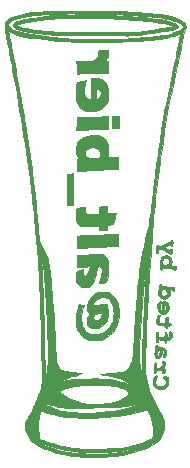
<source format=gbl>
G04 #@! TF.GenerationSoftware,KiCad,Pcbnew,7.0.10*
G04 #@! TF.CreationDate,2024-06-20T09:05:48-05:00*
G04 #@! TF.ProjectId,g0dzilla_vs_rear,6730647a-696c-46c6-915f-76735f726561,1*
G04 #@! TF.SameCoordinates,Original*
G04 #@! TF.FileFunction,Copper,L2,Bot*
G04 #@! TF.FilePolarity,Positive*
%FSLAX46Y46*%
G04 Gerber Fmt 4.6, Leading zero omitted, Abs format (unit mm)*
G04 Created by KiCad (PCBNEW 7.0.10) date 2024-06-20 09:05:48*
%MOMM*%
%LPD*%
G01*
G04 APERTURE LIST*
G04 #@! TA.AperFunction,EtchedComponent*
%ADD10C,0.010000*%
G04 #@! TD*
G04 APERTURE END LIST*
D10*
X58495000Y-98387000D02*
X57944667Y-98387000D01*
X57944667Y-97074667D01*
X57944887Y-96920378D01*
X57946744Y-96608782D01*
X57950289Y-96330787D01*
X57955275Y-96096606D01*
X57961456Y-95916451D01*
X57968585Y-95800537D01*
X57976417Y-95759075D01*
X58012306Y-95756701D01*
X58114004Y-95751392D01*
X58251583Y-95744955D01*
X58495000Y-95734093D01*
X58495000Y-98387000D01*
G04 #@! TA.AperFunction,EtchedComponent*
G36*
X58495000Y-98387000D02*
G01*
X57944667Y-98387000D01*
X57944667Y-97074667D01*
X57944887Y-96920378D01*
X57946744Y-96608782D01*
X57950289Y-96330787D01*
X57955275Y-96096606D01*
X57961456Y-95916451D01*
X57968585Y-95800537D01*
X57976417Y-95759075D01*
X58012306Y-95756701D01*
X58114004Y-95751392D01*
X58251583Y-95744955D01*
X58495000Y-95734093D01*
X58495000Y-98387000D01*
G37*
G04 #@! TD.AperFunction*
X62275274Y-90885974D02*
X62333383Y-90902865D01*
X62350394Y-90936334D01*
X62351286Y-90997442D01*
X62351753Y-91121348D01*
X62351804Y-91284046D01*
X62351481Y-91462252D01*
X62350828Y-91632683D01*
X62349887Y-91772054D01*
X62348701Y-91857084D01*
X62320586Y-91886054D01*
X62223938Y-91904240D01*
X62051000Y-91910000D01*
X61754667Y-91910000D01*
X61754667Y-90900948D01*
X62051096Y-90886891D01*
X62159665Y-90882950D01*
X62275274Y-90885974D01*
G04 #@! TA.AperFunction,EtchedComponent*
G36*
X62275274Y-90885974D02*
G01*
X62333383Y-90902865D01*
X62350394Y-90936334D01*
X62351286Y-90997442D01*
X62351753Y-91121348D01*
X62351804Y-91284046D01*
X62351481Y-91462252D01*
X62350828Y-91632683D01*
X62349887Y-91772054D01*
X62348701Y-91857084D01*
X62320586Y-91886054D01*
X62223938Y-91904240D01*
X62051000Y-91910000D01*
X61754667Y-91910000D01*
X61754667Y-90900948D01*
X62051096Y-90886891D01*
X62159665Y-90882950D01*
X62275274Y-90885974D01*
G37*
G04 #@! TD.AperFunction*
X61416000Y-91952334D02*
X61087917Y-91955275D01*
X60894494Y-91958790D01*
X60700119Y-91965240D01*
X60548167Y-91973211D01*
X60517645Y-91975233D01*
X60375504Y-91983238D01*
X60177810Y-91993097D01*
X59946497Y-92003749D01*
X59703501Y-92014130D01*
X59594010Y-92018897D01*
X59384693Y-92029721D01*
X59214225Y-92040839D01*
X59097863Y-92051185D01*
X59050862Y-92059694D01*
X59050503Y-92060033D01*
X58997232Y-92073676D01*
X58898828Y-92079334D01*
X58766434Y-92079334D01*
X58783496Y-91539584D01*
X58784484Y-91508636D01*
X58791327Y-91309386D01*
X58797735Y-91146527D01*
X58803029Y-91036139D01*
X58806529Y-90994302D01*
X58813374Y-90993483D01*
X58884734Y-90989927D01*
X59023667Y-90984646D01*
X59217849Y-90978065D01*
X59454956Y-90970611D01*
X59722667Y-90962707D01*
X59759220Y-90961648D01*
X60059641Y-90952083D01*
X60356688Y-90941257D01*
X60630044Y-90930002D01*
X60859393Y-90919147D01*
X61024417Y-90909522D01*
X61416000Y-90882400D01*
X61416000Y-91952334D01*
G04 #@! TA.AperFunction,EtchedComponent*
G36*
X61416000Y-91952334D02*
G01*
X61087917Y-91955275D01*
X60894494Y-91958790D01*
X60700119Y-91965240D01*
X60548167Y-91973211D01*
X60517645Y-91975233D01*
X60375504Y-91983238D01*
X60177810Y-91993097D01*
X59946497Y-92003749D01*
X59703501Y-92014130D01*
X59594010Y-92018897D01*
X59384693Y-92029721D01*
X59214225Y-92040839D01*
X59097863Y-92051185D01*
X59050862Y-92059694D01*
X59050503Y-92060033D01*
X58997232Y-92073676D01*
X58898828Y-92079334D01*
X58766434Y-92079334D01*
X58783496Y-91539584D01*
X58784484Y-91508636D01*
X58791327Y-91309386D01*
X58797735Y-91146527D01*
X58803029Y-91036139D01*
X58806529Y-90994302D01*
X58813374Y-90993483D01*
X58884734Y-90989927D01*
X59023667Y-90984646D01*
X59217849Y-90978065D01*
X59454956Y-90970611D01*
X59722667Y-90962707D01*
X59759220Y-90961648D01*
X60059641Y-90952083D01*
X60356688Y-90941257D01*
X60630044Y-90930002D01*
X60859393Y-90919147D01*
X61024417Y-90909522D01*
X61416000Y-90882400D01*
X61416000Y-91952334D01*
G37*
G04 #@! TD.AperFunction*
X65584526Y-112873592D02*
X65582033Y-112957037D01*
X65526385Y-113059965D01*
X65464597Y-113173080D01*
X65434159Y-113344590D01*
X65460087Y-113514008D01*
X65541576Y-113650091D01*
X65610669Y-113702382D01*
X65774717Y-113758276D01*
X65962131Y-113759791D01*
X66143958Y-113704321D01*
X66178057Y-113683513D01*
X66264181Y-113581788D01*
X66308215Y-113449021D01*
X66308840Y-113310517D01*
X66264734Y-113191578D01*
X66174579Y-113117509D01*
X66110895Y-113077194D01*
X66072667Y-112993048D01*
X66072687Y-112989721D01*
X66086569Y-112937219D01*
X66141058Y-112913122D01*
X66257983Y-112907334D01*
X66323128Y-112910199D01*
X66447855Y-112939997D01*
X66509983Y-112996333D01*
X66498909Y-113071960D01*
X66496212Y-113077039D01*
X66487550Y-113158569D01*
X66507831Y-113269662D01*
X66523062Y-113414313D01*
X66483868Y-113597097D01*
X66395019Y-113764406D01*
X66268880Y-113884426D01*
X66257201Y-113891294D01*
X66098956Y-113947493D01*
X65882167Y-113965350D01*
X65720324Y-113954119D01*
X65505034Y-113887934D01*
X65350449Y-113762943D01*
X65257221Y-113579768D01*
X65226000Y-113339029D01*
X65226060Y-113330752D01*
X65250686Y-113161425D01*
X65311501Y-113005831D01*
X65396130Y-112887613D01*
X65492200Y-112830414D01*
X65536919Y-112830155D01*
X65584526Y-112873592D01*
G04 #@! TA.AperFunction,EtchedComponent*
G36*
X65584526Y-112873592D02*
G01*
X65582033Y-112957037D01*
X65526385Y-113059965D01*
X65464597Y-113173080D01*
X65434159Y-113344590D01*
X65460087Y-113514008D01*
X65541576Y-113650091D01*
X65610669Y-113702382D01*
X65774717Y-113758276D01*
X65962131Y-113759791D01*
X66143958Y-113704321D01*
X66178057Y-113683513D01*
X66264181Y-113581788D01*
X66308215Y-113449021D01*
X66308840Y-113310517D01*
X66264734Y-113191578D01*
X66174579Y-113117509D01*
X66110895Y-113077194D01*
X66072667Y-112993048D01*
X66072687Y-112989721D01*
X66086569Y-112937219D01*
X66141058Y-112913122D01*
X66257983Y-112907334D01*
X66323128Y-112910199D01*
X66447855Y-112939997D01*
X66509983Y-112996333D01*
X66498909Y-113071960D01*
X66496212Y-113077039D01*
X66487550Y-113158569D01*
X66507831Y-113269662D01*
X66523062Y-113414313D01*
X66483868Y-113597097D01*
X66395019Y-113764406D01*
X66268880Y-113884426D01*
X66257201Y-113891294D01*
X66098956Y-113947493D01*
X65882167Y-113965350D01*
X65720324Y-113954119D01*
X65505034Y-113887934D01*
X65350449Y-113762943D01*
X65257221Y-113579768D01*
X65226000Y-113339029D01*
X65226060Y-113330752D01*
X65250686Y-113161425D01*
X65311501Y-113005831D01*
X65396130Y-112887613D01*
X65492200Y-112830414D01*
X65536919Y-112830155D01*
X65584526Y-112873592D01*
G37*
G04 #@! TD.AperFunction*
X65818473Y-107725540D02*
X65822383Y-107729840D01*
X65836528Y-107800501D01*
X65798472Y-107924312D01*
X65764140Y-108021305D01*
X65736669Y-108173486D01*
X65748981Y-108290288D01*
X65800963Y-108351971D01*
X65831654Y-108359867D01*
X65939559Y-108372630D01*
X66076129Y-108377667D01*
X66284333Y-108377667D01*
X66284333Y-108190629D01*
X66285890Y-108108314D01*
X66303646Y-107967485D01*
X66345280Y-107892059D01*
X66415863Y-107869667D01*
X66453313Y-107875995D01*
X66480664Y-107911053D01*
X66493075Y-107993590D01*
X66496000Y-108142151D01*
X66496000Y-108414636D01*
X66633583Y-108427901D01*
X66669237Y-108432305D01*
X66749022Y-108462376D01*
X66771167Y-108525834D01*
X66765507Y-108564546D01*
X66720445Y-108604982D01*
X66612417Y-108623639D01*
X66540056Y-108632704D01*
X66471705Y-108662505D01*
X66453667Y-108721833D01*
X66453223Y-108731812D01*
X66419708Y-108788245D01*
X66354434Y-108796746D01*
X66287815Y-108762168D01*
X66250266Y-108689368D01*
X66237004Y-108645019D01*
X66196462Y-108612807D01*
X66110244Y-108593935D01*
X65958860Y-108581168D01*
X65949007Y-108580514D01*
X65746665Y-108549144D01*
X65614925Y-108482960D01*
X65544363Y-108373982D01*
X65525554Y-108214227D01*
X65529285Y-108149730D01*
X65559628Y-107986483D01*
X65612604Y-107847616D01*
X65679328Y-107747954D01*
X65750912Y-107702321D01*
X65818473Y-107725540D01*
G04 #@! TA.AperFunction,EtchedComponent*
G36*
X65818473Y-107725540D02*
G01*
X65822383Y-107729840D01*
X65836528Y-107800501D01*
X65798472Y-107924312D01*
X65764140Y-108021305D01*
X65736669Y-108173486D01*
X65748981Y-108290288D01*
X65800963Y-108351971D01*
X65831654Y-108359867D01*
X65939559Y-108372630D01*
X66076129Y-108377667D01*
X66284333Y-108377667D01*
X66284333Y-108190629D01*
X66285890Y-108108314D01*
X66303646Y-107967485D01*
X66345280Y-107892059D01*
X66415863Y-107869667D01*
X66453313Y-107875995D01*
X66480664Y-107911053D01*
X66493075Y-107993590D01*
X66496000Y-108142151D01*
X66496000Y-108414636D01*
X66633583Y-108427901D01*
X66669237Y-108432305D01*
X66749022Y-108462376D01*
X66771167Y-108525834D01*
X66765507Y-108564546D01*
X66720445Y-108604982D01*
X66612417Y-108623639D01*
X66540056Y-108632704D01*
X66471705Y-108662505D01*
X66453667Y-108721833D01*
X66453223Y-108731812D01*
X66419708Y-108788245D01*
X66354434Y-108796746D01*
X66287815Y-108762168D01*
X66250266Y-108689368D01*
X66237004Y-108645019D01*
X66196462Y-108612807D01*
X66110244Y-108593935D01*
X65958860Y-108581168D01*
X65949007Y-108580514D01*
X65746665Y-108549144D01*
X65614925Y-108482960D01*
X65544363Y-108373982D01*
X65525554Y-108214227D01*
X65529285Y-108149730D01*
X65559628Y-107986483D01*
X65612604Y-107847616D01*
X65679328Y-107747954D01*
X65750912Y-107702321D01*
X65818473Y-107725540D01*
G37*
G04 #@! TD.AperFunction*
X66581064Y-107086856D02*
X66550646Y-107272192D01*
X66469262Y-107433578D01*
X66336718Y-107549399D01*
X66213893Y-107598777D01*
X66029097Y-107611438D01*
X65862912Y-107554475D01*
X65728762Y-107436990D01*
X65640068Y-107268082D01*
X65610254Y-107056852D01*
X65623976Y-106877291D01*
X65666120Y-106697414D01*
X65731365Y-106574514D01*
X65814612Y-106521939D01*
X65878657Y-106519819D01*
X65899549Y-106554545D01*
X65886741Y-106648939D01*
X65867052Y-106756208D01*
X65834255Y-106995407D01*
X65831242Y-107164708D01*
X65857697Y-107270828D01*
X65896801Y-107328662D01*
X65941703Y-107361667D01*
X65953321Y-107343229D01*
X65972380Y-107256863D01*
X65991230Y-107115936D01*
X65993638Y-107088999D01*
X66199667Y-107088999D01*
X66201212Y-107170533D01*
X66216496Y-107303751D01*
X66247225Y-107355931D01*
X66292286Y-107326154D01*
X66350562Y-107213500D01*
X66384147Y-107119272D01*
X66387586Y-107027713D01*
X66349289Y-106914120D01*
X66320596Y-106853258D01*
X66270762Y-106793637D01*
X66232630Y-106814650D01*
X66208249Y-106913902D01*
X66199667Y-107088999D01*
X65993638Y-107088999D01*
X66007106Y-106938334D01*
X66017801Y-106802135D01*
X66039127Y-106637932D01*
X66072283Y-106543085D01*
X66125801Y-106508048D01*
X66208214Y-106523274D01*
X66328053Y-106579217D01*
X66368445Y-106603317D01*
X66489770Y-106730802D01*
X66560707Y-106899187D01*
X66574649Y-107027713D01*
X66581064Y-107086856D01*
G04 #@! TA.AperFunction,EtchedComponent*
G36*
X66581064Y-107086856D02*
G01*
X66550646Y-107272192D01*
X66469262Y-107433578D01*
X66336718Y-107549399D01*
X66213893Y-107598777D01*
X66029097Y-107611438D01*
X65862912Y-107554475D01*
X65728762Y-107436990D01*
X65640068Y-107268082D01*
X65610254Y-107056852D01*
X65623976Y-106877291D01*
X65666120Y-106697414D01*
X65731365Y-106574514D01*
X65814612Y-106521939D01*
X65878657Y-106519819D01*
X65899549Y-106554545D01*
X65886741Y-106648939D01*
X65867052Y-106756208D01*
X65834255Y-106995407D01*
X65831242Y-107164708D01*
X65857697Y-107270828D01*
X65896801Y-107328662D01*
X65941703Y-107361667D01*
X65953321Y-107343229D01*
X65972380Y-107256863D01*
X65991230Y-107115936D01*
X65993638Y-107088999D01*
X66199667Y-107088999D01*
X66201212Y-107170533D01*
X66216496Y-107303751D01*
X66247225Y-107355931D01*
X66292286Y-107326154D01*
X66350562Y-107213500D01*
X66384147Y-107119272D01*
X66387586Y-107027713D01*
X66349289Y-106914120D01*
X66320596Y-106853258D01*
X66270762Y-106793637D01*
X66232630Y-106814650D01*
X66208249Y-106913902D01*
X66199667Y-107088999D01*
X65993638Y-107088999D01*
X66007106Y-106938334D01*
X66017801Y-106802135D01*
X66039127Y-106637932D01*
X66072283Y-106543085D01*
X66125801Y-106508048D01*
X66208214Y-106523274D01*
X66328053Y-106579217D01*
X66368445Y-106603317D01*
X66489770Y-106730802D01*
X66560707Y-106899187D01*
X66574649Y-107027713D01*
X66581064Y-107086856D01*
G37*
G04 #@! TD.AperFunction*
X66164363Y-111606654D02*
X66245441Y-111675844D01*
X66283988Y-111788685D01*
X66274851Y-111923642D01*
X66212878Y-112059179D01*
X66210336Y-112062830D01*
X66169752Y-112142212D01*
X66191711Y-112177959D01*
X66214656Y-112209457D01*
X66234695Y-112299379D01*
X66242446Y-112413903D01*
X66236082Y-112519535D01*
X66213778Y-112582778D01*
X66188438Y-112597179D01*
X66107945Y-112611000D01*
X66051660Y-112589730D01*
X66030333Y-112505167D01*
X66028102Y-112464606D01*
X65996926Y-112411933D01*
X65908625Y-112399334D01*
X65800040Y-112393331D01*
X65660731Y-112374096D01*
X65584818Y-112364173D01*
X65535161Y-112390511D01*
X65508331Y-112479930D01*
X65506742Y-112487602D01*
X65467011Y-112582695D01*
X65396392Y-112611000D01*
X65393227Y-112610984D01*
X65348823Y-112601916D01*
X65324007Y-112563566D01*
X65313278Y-112477492D01*
X65311133Y-112325250D01*
X65311722Y-112246057D01*
X65322014Y-112007449D01*
X65346097Y-111844718D01*
X65385310Y-111751643D01*
X65440994Y-111722000D01*
X65450608Y-111722355D01*
X65493631Y-111743529D01*
X65517762Y-111811134D01*
X65530705Y-111944250D01*
X65543500Y-112166500D01*
X65698325Y-112179405D01*
X65804568Y-112178076D01*
X65882340Y-112139421D01*
X65965440Y-112045090D01*
X66022887Y-111961311D01*
X66057647Y-111862116D01*
X66049320Y-111746435D01*
X66036650Y-111656451D01*
X66050089Y-111606497D01*
X66101822Y-111595000D01*
X66164363Y-111606654D01*
G04 #@! TA.AperFunction,EtchedComponent*
G36*
X66164363Y-111606654D02*
G01*
X66245441Y-111675844D01*
X66283988Y-111788685D01*
X66274851Y-111923642D01*
X66212878Y-112059179D01*
X66210336Y-112062830D01*
X66169752Y-112142212D01*
X66191711Y-112177959D01*
X66214656Y-112209457D01*
X66234695Y-112299379D01*
X66242446Y-112413903D01*
X66236082Y-112519535D01*
X66213778Y-112582778D01*
X66188438Y-112597179D01*
X66107945Y-112611000D01*
X66051660Y-112589730D01*
X66030333Y-112505167D01*
X66028102Y-112464606D01*
X65996926Y-112411933D01*
X65908625Y-112399334D01*
X65800040Y-112393331D01*
X65660731Y-112374096D01*
X65584818Y-112364173D01*
X65535161Y-112390511D01*
X65508331Y-112479930D01*
X65506742Y-112487602D01*
X65467011Y-112582695D01*
X65396392Y-112611000D01*
X65393227Y-112610984D01*
X65348823Y-112601916D01*
X65324007Y-112563566D01*
X65313278Y-112477492D01*
X65311133Y-112325250D01*
X65311722Y-112246057D01*
X65322014Y-112007449D01*
X65346097Y-111844718D01*
X65385310Y-111751643D01*
X65440994Y-111722000D01*
X65450608Y-111722355D01*
X65493631Y-111743529D01*
X65517762Y-111811134D01*
X65530705Y-111944250D01*
X65543500Y-112166500D01*
X65698325Y-112179405D01*
X65804568Y-112178076D01*
X65882340Y-112139421D01*
X65965440Y-112045090D01*
X66022887Y-111961311D01*
X66057647Y-111862116D01*
X66049320Y-111746435D01*
X66036650Y-111656451D01*
X66050089Y-111606497D01*
X66101822Y-111595000D01*
X66164363Y-111606654D01*
G37*
G04 #@! TD.AperFunction*
X60988223Y-85303202D02*
X61152167Y-85307924D01*
X61299594Y-85314483D01*
X61407789Y-85322081D01*
X61454034Y-85329923D01*
X61455927Y-85332166D01*
X61470241Y-85397455D01*
X61471130Y-85513198D01*
X61460795Y-85649223D01*
X61441438Y-85775354D01*
X61415260Y-85861418D01*
X61411958Y-85867655D01*
X61343480Y-85971086D01*
X61254741Y-86078584D01*
X61146160Y-86195000D01*
X61416000Y-86195000D01*
X61416072Y-87189834D01*
X60982119Y-87189834D01*
X60804507Y-87191590D01*
X60582782Y-87196591D01*
X60333955Y-87204211D01*
X60071992Y-87213825D01*
X59810862Y-87224807D01*
X59564530Y-87236532D01*
X59346964Y-87248373D01*
X59172131Y-87259705D01*
X59053996Y-87269902D01*
X59006528Y-87278339D01*
X58974124Y-87289091D01*
X58890111Y-87295667D01*
X58814008Y-87275872D01*
X58788633Y-87200417D01*
X58787586Y-87157471D01*
X58784988Y-87034429D01*
X58781654Y-86864615D01*
X58778050Y-86671294D01*
X58770167Y-86237421D01*
X59307833Y-86237377D01*
X59590299Y-86233759D01*
X59853601Y-86218691D01*
X60057927Y-86189064D01*
X60216863Y-86141854D01*
X60343998Y-86074040D01*
X60452917Y-85982596D01*
X60536530Y-85893634D01*
X60586831Y-85812373D01*
X60607598Y-85714080D01*
X60611667Y-85564981D01*
X60612593Y-85478883D01*
X60621480Y-85370248D01*
X60644120Y-85317799D01*
X60685750Y-85303010D01*
X60701647Y-85302446D01*
X60830478Y-85301110D01*
X60988223Y-85303202D01*
G04 #@! TA.AperFunction,EtchedComponent*
G36*
X60988223Y-85303202D02*
G01*
X61152167Y-85307924D01*
X61299594Y-85314483D01*
X61407789Y-85322081D01*
X61454034Y-85329923D01*
X61455927Y-85332166D01*
X61470241Y-85397455D01*
X61471130Y-85513198D01*
X61460795Y-85649223D01*
X61441438Y-85775354D01*
X61415260Y-85861418D01*
X61411958Y-85867655D01*
X61343480Y-85971086D01*
X61254741Y-86078584D01*
X61146160Y-86195000D01*
X61416000Y-86195000D01*
X61416072Y-87189834D01*
X60982119Y-87189834D01*
X60804507Y-87191590D01*
X60582782Y-87196591D01*
X60333955Y-87204211D01*
X60071992Y-87213825D01*
X59810862Y-87224807D01*
X59564530Y-87236532D01*
X59346964Y-87248373D01*
X59172131Y-87259705D01*
X59053996Y-87269902D01*
X59006528Y-87278339D01*
X58974124Y-87289091D01*
X58890111Y-87295667D01*
X58814008Y-87275872D01*
X58788633Y-87200417D01*
X58787586Y-87157471D01*
X58784988Y-87034429D01*
X58781654Y-86864615D01*
X58778050Y-86671294D01*
X58770167Y-86237421D01*
X59307833Y-86237377D01*
X59590299Y-86233759D01*
X59853601Y-86218691D01*
X60057927Y-86189064D01*
X60216863Y-86141854D01*
X60343998Y-86074040D01*
X60452917Y-85982596D01*
X60536530Y-85893634D01*
X60586831Y-85812373D01*
X60607598Y-85714080D01*
X60611667Y-85564981D01*
X60612593Y-85478883D01*
X60621480Y-85370248D01*
X60644120Y-85317799D01*
X60685750Y-85303010D01*
X60701647Y-85302446D01*
X60830478Y-85301110D01*
X60988223Y-85303202D01*
G37*
G04 #@! TD.AperFunction*
X62258972Y-100834046D02*
X62272023Y-100851861D01*
X62290111Y-100947289D01*
X62301220Y-101120827D01*
X62305000Y-101368426D01*
X62305000Y-101887463D01*
X61361183Y-101916461D01*
X61241622Y-101920236D01*
X60969646Y-101929602D01*
X60727017Y-101939009D01*
X60527557Y-101947863D01*
X60385089Y-101955569D01*
X60313433Y-101961532D01*
X60300153Y-101963269D01*
X60201841Y-101971820D01*
X60042748Y-101982450D01*
X59841768Y-101993973D01*
X59617793Y-102005204D01*
X59543244Y-102008774D01*
X59338462Y-102019613D01*
X59171588Y-102029961D01*
X59058184Y-102038793D01*
X59013809Y-102045080D01*
X58978211Y-102052120D01*
X58891859Y-102053095D01*
X58782186Y-102048834D01*
X58782224Y-101554713D01*
X58783992Y-101368973D01*
X58789243Y-101198960D01*
X58797136Y-101076782D01*
X58806823Y-101020852D01*
X58808853Y-101018757D01*
X58868120Y-101003350D01*
X58993000Y-100989730D01*
X59166661Y-100979309D01*
X59372276Y-100973494D01*
X59381866Y-100973357D01*
X59599180Y-100969202D01*
X59795479Y-100963617D01*
X59949546Y-100957316D01*
X60040167Y-100951014D01*
X60079469Y-100947438D01*
X60204885Y-100939051D01*
X60386935Y-100928811D01*
X60607806Y-100917695D01*
X60849682Y-100906678D01*
X60954088Y-100902011D01*
X61222407Y-100888757D01*
X61481729Y-100874365D01*
X61706851Y-100860282D01*
X61872571Y-100847954D01*
X61915887Y-100844386D01*
X62075203Y-100834019D01*
X62197425Y-100830289D01*
X62258972Y-100834046D01*
G04 #@! TA.AperFunction,EtchedComponent*
G36*
X62258972Y-100834046D02*
G01*
X62272023Y-100851861D01*
X62290111Y-100947289D01*
X62301220Y-101120827D01*
X62305000Y-101368426D01*
X62305000Y-101887463D01*
X61361183Y-101916461D01*
X61241622Y-101920236D01*
X60969646Y-101929602D01*
X60727017Y-101939009D01*
X60527557Y-101947863D01*
X60385089Y-101955569D01*
X60313433Y-101961532D01*
X60300153Y-101963269D01*
X60201841Y-101971820D01*
X60042748Y-101982450D01*
X59841768Y-101993973D01*
X59617793Y-102005204D01*
X59543244Y-102008774D01*
X59338462Y-102019613D01*
X59171588Y-102029961D01*
X59058184Y-102038793D01*
X59013809Y-102045080D01*
X58978211Y-102052120D01*
X58891859Y-102053095D01*
X58782186Y-102048834D01*
X58782224Y-101554713D01*
X58783992Y-101368973D01*
X58789243Y-101198960D01*
X58797136Y-101076782D01*
X58806823Y-101020852D01*
X58808853Y-101018757D01*
X58868120Y-101003350D01*
X58993000Y-100989730D01*
X59166661Y-100979309D01*
X59372276Y-100973494D01*
X59381866Y-100973357D01*
X59599180Y-100969202D01*
X59795479Y-100963617D01*
X59949546Y-100957316D01*
X60040167Y-100951014D01*
X60079469Y-100947438D01*
X60204885Y-100939051D01*
X60386935Y-100928811D01*
X60607806Y-100917695D01*
X60849682Y-100906678D01*
X60954088Y-100902011D01*
X61222407Y-100888757D01*
X61481729Y-100874365D01*
X61706851Y-100860282D01*
X61872571Y-100847954D01*
X61915887Y-100844386D01*
X62075203Y-100834019D01*
X62197425Y-100830289D01*
X62258972Y-100834046D01*
G37*
G04 #@! TD.AperFunction*
X66030333Y-110781692D02*
X66014081Y-110937798D01*
X65951569Y-111132898D01*
X65854632Y-111284279D01*
X65784441Y-111342335D01*
X65657666Y-111382540D01*
X65536765Y-111356443D01*
X65437918Y-111274172D01*
X65377306Y-111145854D01*
X65373924Y-111056264D01*
X65572873Y-111056264D01*
X65580106Y-111092424D01*
X65618524Y-111160559D01*
X65671484Y-111161402D01*
X65728045Y-111104349D01*
X65777266Y-110998798D01*
X65808208Y-110854144D01*
X65808750Y-110849310D01*
X65816401Y-110732497D01*
X65801440Y-110677455D01*
X65758512Y-110663667D01*
X65739639Y-110667795D01*
X65676953Y-110725483D01*
X65619162Y-110828703D01*
X65579919Y-110948586D01*
X65572873Y-111056264D01*
X65373924Y-111056264D01*
X65371107Y-110981617D01*
X65383273Y-110891620D01*
X65403439Y-110722107D01*
X65421852Y-110547250D01*
X65433482Y-110442299D01*
X65453680Y-110341291D01*
X65483715Y-110294242D01*
X65531228Y-110282667D01*
X65582520Y-110296641D01*
X65637067Y-110367334D01*
X65657568Y-110411393D01*
X65718253Y-110443534D01*
X65838454Y-110452000D01*
X65886924Y-110452852D01*
X66107053Y-110486902D01*
X66259886Y-110571596D01*
X66346334Y-110708229D01*
X66367310Y-110898100D01*
X66323726Y-111142507D01*
X66295922Y-111226246D01*
X66252294Y-111283733D01*
X66186379Y-111290653D01*
X66123784Y-111266027D01*
X66104592Y-111192813D01*
X66108174Y-111164987D01*
X66123125Y-111051196D01*
X66141469Y-110913580D01*
X66151998Y-110799452D01*
X66140244Y-110726576D01*
X66098961Y-110692659D01*
X66083549Y-110687652D01*
X66041704Y-110700930D01*
X66037259Y-110732497D01*
X66030333Y-110781692D01*
G04 #@! TA.AperFunction,EtchedComponent*
G36*
X66030333Y-110781692D02*
G01*
X66014081Y-110937798D01*
X65951569Y-111132898D01*
X65854632Y-111284279D01*
X65784441Y-111342335D01*
X65657666Y-111382540D01*
X65536765Y-111356443D01*
X65437918Y-111274172D01*
X65377306Y-111145854D01*
X65373924Y-111056264D01*
X65572873Y-111056264D01*
X65580106Y-111092424D01*
X65618524Y-111160559D01*
X65671484Y-111161402D01*
X65728045Y-111104349D01*
X65777266Y-110998798D01*
X65808208Y-110854144D01*
X65808750Y-110849310D01*
X65816401Y-110732497D01*
X65801440Y-110677455D01*
X65758512Y-110663667D01*
X65739639Y-110667795D01*
X65676953Y-110725483D01*
X65619162Y-110828703D01*
X65579919Y-110948586D01*
X65572873Y-111056264D01*
X65373924Y-111056264D01*
X65371107Y-110981617D01*
X65383273Y-110891620D01*
X65403439Y-110722107D01*
X65421852Y-110547250D01*
X65433482Y-110442299D01*
X65453680Y-110341291D01*
X65483715Y-110294242D01*
X65531228Y-110282667D01*
X65582520Y-110296641D01*
X65637067Y-110367334D01*
X65657568Y-110411393D01*
X65718253Y-110443534D01*
X65838454Y-110452000D01*
X65886924Y-110452852D01*
X66107053Y-110486902D01*
X66259886Y-110571596D01*
X66346334Y-110708229D01*
X66367310Y-110898100D01*
X66323726Y-111142507D01*
X66295922Y-111226246D01*
X66252294Y-111283733D01*
X66186379Y-111290653D01*
X66123784Y-111266027D01*
X66104592Y-111192813D01*
X66108174Y-111164987D01*
X66123125Y-111051196D01*
X66141469Y-110913580D01*
X66151998Y-110799452D01*
X66140244Y-110726576D01*
X66098961Y-110692659D01*
X66083549Y-110687652D01*
X66041704Y-110700930D01*
X66037259Y-110732497D01*
X66030333Y-110781692D01*
G37*
G04 #@! TD.AperFunction*
X66780946Y-109122616D02*
X66807540Y-109178334D01*
X66827639Y-109314444D01*
X66819411Y-109474594D01*
X66785720Y-109624949D01*
X66729427Y-109731677D01*
X66652072Y-109786597D01*
X66535136Y-109817000D01*
X66490526Y-109819477D01*
X66424571Y-109853184D01*
X66389649Y-109946357D01*
X66361786Y-110018730D01*
X66302699Y-110063537D01*
X66243409Y-110036538D01*
X66207987Y-109938744D01*
X66198544Y-109888966D01*
X66166661Y-109845982D01*
X66093274Y-109821443D01*
X65956866Y-109803786D01*
X65914875Y-109799592D01*
X65772550Y-109791121D01*
X65692474Y-109804660D01*
X65657213Y-109847101D01*
X65649333Y-109925332D01*
X65631622Y-110003197D01*
X65564667Y-110028667D01*
X65532063Y-110025223D01*
X65503841Y-110002029D01*
X65488177Y-109942739D01*
X65481439Y-109831167D01*
X65480000Y-109651129D01*
X65482948Y-109433074D01*
X65494049Y-109285103D01*
X65516608Y-109195592D01*
X65553929Y-109151470D01*
X65609317Y-109139667D01*
X65620409Y-109140118D01*
X65663289Y-109161547D01*
X65687211Y-109229060D01*
X65700038Y-109361917D01*
X65712833Y-109584167D01*
X65949976Y-109596676D01*
X66187118Y-109609184D01*
X66225142Y-109385009D01*
X66239986Y-109309222D01*
X66278637Y-109196966D01*
X66326667Y-109160834D01*
X66364200Y-109181496D01*
X66389088Y-109257834D01*
X66402863Y-109404250D01*
X66413352Y-109526819D01*
X66437106Y-109619339D01*
X66475457Y-109647667D01*
X66490886Y-109646228D01*
X66560924Y-109592768D01*
X66606641Y-109471028D01*
X66623000Y-109293115D01*
X66630201Y-109184924D01*
X66661986Y-109089956D01*
X66714080Y-109067194D01*
X66780946Y-109122616D01*
G04 #@! TA.AperFunction,EtchedComponent*
G36*
X66780946Y-109122616D02*
G01*
X66807540Y-109178334D01*
X66827639Y-109314444D01*
X66819411Y-109474594D01*
X66785720Y-109624949D01*
X66729427Y-109731677D01*
X66652072Y-109786597D01*
X66535136Y-109817000D01*
X66490526Y-109819477D01*
X66424571Y-109853184D01*
X66389649Y-109946357D01*
X66361786Y-110018730D01*
X66302699Y-110063537D01*
X66243409Y-110036538D01*
X66207987Y-109938744D01*
X66198544Y-109888966D01*
X66166661Y-109845982D01*
X66093274Y-109821443D01*
X65956866Y-109803786D01*
X65914875Y-109799592D01*
X65772550Y-109791121D01*
X65692474Y-109804660D01*
X65657213Y-109847101D01*
X65649333Y-109925332D01*
X65631622Y-110003197D01*
X65564667Y-110028667D01*
X65532063Y-110025223D01*
X65503841Y-110002029D01*
X65488177Y-109942739D01*
X65481439Y-109831167D01*
X65480000Y-109651129D01*
X65482948Y-109433074D01*
X65494049Y-109285103D01*
X65516608Y-109195592D01*
X65553929Y-109151470D01*
X65609317Y-109139667D01*
X65620409Y-109140118D01*
X65663289Y-109161547D01*
X65687211Y-109229060D01*
X65700038Y-109361917D01*
X65712833Y-109584167D01*
X65949976Y-109596676D01*
X66187118Y-109609184D01*
X66225142Y-109385009D01*
X66239986Y-109309222D01*
X66278637Y-109196966D01*
X66326667Y-109160834D01*
X66364200Y-109181496D01*
X66389088Y-109257834D01*
X66402863Y-109404250D01*
X66413352Y-109526819D01*
X66437106Y-109619339D01*
X66475457Y-109647667D01*
X66490886Y-109646228D01*
X66560924Y-109592768D01*
X66606641Y-109471028D01*
X66623000Y-109293115D01*
X66630201Y-109184924D01*
X66661986Y-109089956D01*
X66714080Y-109067194D01*
X66780946Y-109122616D01*
G37*
G04 #@! TD.AperFunction*
X66809879Y-103283467D02*
X66767249Y-103456417D01*
X66757650Y-103499163D01*
X66770315Y-103534553D01*
X66830487Y-103548944D01*
X66956729Y-103551667D01*
X67173333Y-103551667D01*
X67173333Y-103713945D01*
X67172935Y-103741520D01*
X67163391Y-103847278D01*
X67145111Y-103904445D01*
X67142751Y-103906728D01*
X67068566Y-103935423D01*
X66994996Y-103914115D01*
X66961667Y-103853754D01*
X66960374Y-103841694D01*
X66910295Y-103788027D01*
X66785387Y-103750406D01*
X66582777Y-103728256D01*
X66299592Y-103721000D01*
X66280895Y-103721045D01*
X66132642Y-103727210D01*
X66053648Y-103745861D01*
X66030333Y-103779971D01*
X66003376Y-103840397D01*
X65935372Y-103866208D01*
X65867696Y-103834901D01*
X65844823Y-103766746D01*
X65832622Y-103634824D01*
X65831812Y-103464649D01*
X65841174Y-103279594D01*
X65853844Y-103157450D01*
X66039346Y-103157450D01*
X66049201Y-103304988D01*
X66115000Y-103424667D01*
X66196331Y-103479825D01*
X66307424Y-103509334D01*
X66377239Y-103496280D01*
X66495239Y-103424188D01*
X66586426Y-103313382D01*
X66623000Y-103191834D01*
X66602857Y-103096448D01*
X66525784Y-102985795D01*
X66412939Y-102907303D01*
X66287902Y-102875955D01*
X66174254Y-102906732D01*
X66172717Y-102907768D01*
X66081748Y-103014296D01*
X66039346Y-103157450D01*
X65853844Y-103157450D01*
X65859488Y-103103033D01*
X65885534Y-102958339D01*
X65918094Y-102868885D01*
X66025726Y-102754922D01*
X66182779Y-102682394D01*
X66355635Y-102672184D01*
X66525141Y-102721619D01*
X66672139Y-102828028D01*
X66777477Y-102988739D01*
X66799600Y-103047702D01*
X66820437Y-103157569D01*
X66817563Y-103191834D01*
X66809879Y-103283467D01*
G04 #@! TA.AperFunction,EtchedComponent*
G36*
X66809879Y-103283467D02*
G01*
X66767249Y-103456417D01*
X66757650Y-103499163D01*
X66770315Y-103534553D01*
X66830487Y-103548944D01*
X66956729Y-103551667D01*
X67173333Y-103551667D01*
X67173333Y-103713945D01*
X67172935Y-103741520D01*
X67163391Y-103847278D01*
X67145111Y-103904445D01*
X67142751Y-103906728D01*
X67068566Y-103935423D01*
X66994996Y-103914115D01*
X66961667Y-103853754D01*
X66960374Y-103841694D01*
X66910295Y-103788027D01*
X66785387Y-103750406D01*
X66582777Y-103728256D01*
X66299592Y-103721000D01*
X66280895Y-103721045D01*
X66132642Y-103727210D01*
X66053648Y-103745861D01*
X66030333Y-103779971D01*
X66003376Y-103840397D01*
X65935372Y-103866208D01*
X65867696Y-103834901D01*
X65844823Y-103766746D01*
X65832622Y-103634824D01*
X65831812Y-103464649D01*
X65841174Y-103279594D01*
X65853844Y-103157450D01*
X66039346Y-103157450D01*
X66049201Y-103304988D01*
X66115000Y-103424667D01*
X66196331Y-103479825D01*
X66307424Y-103509334D01*
X66377239Y-103496280D01*
X66495239Y-103424188D01*
X66586426Y-103313382D01*
X66623000Y-103191834D01*
X66602857Y-103096448D01*
X66525784Y-102985795D01*
X66412939Y-102907303D01*
X66287902Y-102875955D01*
X66174254Y-102906732D01*
X66172717Y-102907768D01*
X66081748Y-103014296D01*
X66039346Y-103157450D01*
X65853844Y-103157450D01*
X65859488Y-103103033D01*
X65885534Y-102958339D01*
X65918094Y-102868885D01*
X66025726Y-102754922D01*
X66182779Y-102682394D01*
X66355635Y-102672184D01*
X66525141Y-102721619D01*
X66672139Y-102828028D01*
X66777477Y-102988739D01*
X66799600Y-103047702D01*
X66820437Y-103157569D01*
X66817563Y-103191834D01*
X66809879Y-103283467D01*
G37*
G04 #@! TD.AperFunction*
X66650209Y-105941347D02*
X66580088Y-106122691D01*
X66438456Y-106259060D01*
X66369480Y-106297681D01*
X66180194Y-106347333D01*
X65998499Y-106313794D01*
X65831665Y-106197798D01*
X65750793Y-106111789D01*
X65707961Y-106038096D01*
X65696666Y-105947419D01*
X65706154Y-105806215D01*
X65708006Y-105785205D01*
X65892771Y-105785205D01*
X65900243Y-105924747D01*
X65965060Y-106047374D01*
X65981250Y-106063833D01*
X66097055Y-106124660D01*
X66222549Y-106119275D01*
X66337381Y-106057718D01*
X66421204Y-105950033D01*
X66453667Y-105806261D01*
X66446344Y-105751488D01*
X66383282Y-105629756D01*
X66277635Y-105536324D01*
X66156314Y-105499000D01*
X66132389Y-105500332D01*
X66017049Y-105549473D01*
X65934442Y-105652272D01*
X65892771Y-105785205D01*
X65708006Y-105785205D01*
X65714017Y-105716997D01*
X65729714Y-105522007D01*
X65741839Y-105350834D01*
X65744848Y-105307965D01*
X65760606Y-105198777D01*
X65792176Y-105145509D01*
X65850417Y-105125639D01*
X65923161Y-105132360D01*
X65945667Y-105193511D01*
X65945786Y-105199745D01*
X65959040Y-105240132D01*
X66006141Y-105266897D01*
X66104007Y-105285722D01*
X66269554Y-105302288D01*
X66458467Y-105315782D01*
X66657960Y-105325828D01*
X66817389Y-105329667D01*
X66904121Y-105332078D01*
X67010275Y-105343598D01*
X67059100Y-105361417D01*
X67061623Y-105368293D01*
X67065618Y-105440674D01*
X67056967Y-105551917D01*
X67050667Y-105593739D01*
X67018482Y-105684017D01*
X66961973Y-105710667D01*
X66914313Y-105694884D01*
X66864734Y-105626000D01*
X66831577Y-105570085D01*
X66733607Y-105541334D01*
X66692519Y-105542443D01*
X66648518Y-105559299D01*
X66637841Y-105614519D01*
X66650577Y-105730712D01*
X66650445Y-105806261D01*
X66650209Y-105941347D01*
G04 #@! TA.AperFunction,EtchedComponent*
G36*
X66650209Y-105941347D02*
G01*
X66580088Y-106122691D01*
X66438456Y-106259060D01*
X66369480Y-106297681D01*
X66180194Y-106347333D01*
X65998499Y-106313794D01*
X65831665Y-106197798D01*
X65750793Y-106111789D01*
X65707961Y-106038096D01*
X65696666Y-105947419D01*
X65706154Y-105806215D01*
X65708006Y-105785205D01*
X65892771Y-105785205D01*
X65900243Y-105924747D01*
X65965060Y-106047374D01*
X65981250Y-106063833D01*
X66097055Y-106124660D01*
X66222549Y-106119275D01*
X66337381Y-106057718D01*
X66421204Y-105950033D01*
X66453667Y-105806261D01*
X66446344Y-105751488D01*
X66383282Y-105629756D01*
X66277635Y-105536324D01*
X66156314Y-105499000D01*
X66132389Y-105500332D01*
X66017049Y-105549473D01*
X65934442Y-105652272D01*
X65892771Y-105785205D01*
X65708006Y-105785205D01*
X65714017Y-105716997D01*
X65729714Y-105522007D01*
X65741839Y-105350834D01*
X65744848Y-105307965D01*
X65760606Y-105198777D01*
X65792176Y-105145509D01*
X65850417Y-105125639D01*
X65923161Y-105132360D01*
X65945667Y-105193511D01*
X65945786Y-105199745D01*
X65959040Y-105240132D01*
X66006141Y-105266897D01*
X66104007Y-105285722D01*
X66269554Y-105302288D01*
X66458467Y-105315782D01*
X66657960Y-105325828D01*
X66817389Y-105329667D01*
X66904121Y-105332078D01*
X67010275Y-105343598D01*
X67059100Y-105361417D01*
X67061623Y-105368293D01*
X67065618Y-105440674D01*
X67056967Y-105551917D01*
X67050667Y-105593739D01*
X67018482Y-105684017D01*
X66961973Y-105710667D01*
X66914313Y-105694884D01*
X66864734Y-105626000D01*
X66831577Y-105570085D01*
X66733607Y-105541334D01*
X66692519Y-105542443D01*
X66648518Y-105559299D01*
X66637841Y-105614519D01*
X66650577Y-105730712D01*
X66650445Y-105806261D01*
X66650209Y-105941347D01*
G37*
G04 #@! TD.AperFunction*
X66893600Y-101459531D02*
X66897365Y-101472374D01*
X66903772Y-101568232D01*
X66892719Y-101692364D01*
X66881390Y-101750895D01*
X66845396Y-101834375D01*
X66786923Y-101858334D01*
X66742874Y-101851144D01*
X66707667Y-101816000D01*
X66706055Y-101802828D01*
X66663604Y-101776338D01*
X66560120Y-101795941D01*
X66391052Y-101862304D01*
X66298883Y-101904788D01*
X66240765Y-101945596D01*
X66245874Y-101986980D01*
X66317766Y-102042527D01*
X66459993Y-102125823D01*
X66497048Y-102146647D01*
X66599208Y-102197014D01*
X66654386Y-102205143D01*
X66680915Y-102175123D01*
X66716226Y-102132011D01*
X66790785Y-102113743D01*
X66853126Y-102150286D01*
X66858834Y-102170071D01*
X66861160Y-102258896D01*
X66849870Y-102383119D01*
X66833474Y-102475762D01*
X66800187Y-102555231D01*
X66748775Y-102578000D01*
X66708241Y-102570127D01*
X66652402Y-102520696D01*
X66637647Y-102501632D01*
X66562046Y-102439853D01*
X66439253Y-102355816D01*
X66286928Y-102262021D01*
X66145108Y-102180241D01*
X66027335Y-102119197D01*
X65946531Y-102091520D01*
X65883704Y-102091103D01*
X65819861Y-102111839D01*
X65769081Y-102136637D01*
X65707304Y-102202644D01*
X65683390Y-102317597D01*
X65675088Y-102383512D01*
X65642697Y-102457837D01*
X65575250Y-102485694D01*
X65530650Y-102488537D01*
X65496835Y-102467567D01*
X65482790Y-102400765D01*
X65480000Y-102268736D01*
X65485537Y-102072033D01*
X65508236Y-101902296D01*
X65549956Y-101804830D01*
X65612292Y-101773667D01*
X65656726Y-101784623D01*
X65691667Y-101837167D01*
X65696725Y-101866416D01*
X65736376Y-101900667D01*
X65799987Y-101884638D01*
X65919468Y-101839721D01*
X66074637Y-101774594D01*
X66246481Y-101697958D01*
X66415987Y-101618513D01*
X66564143Y-101544962D01*
X66671936Y-101486005D01*
X66720354Y-101450343D01*
X66762365Y-101407290D01*
X66837038Y-101399983D01*
X66893600Y-101459531D01*
G04 #@! TA.AperFunction,EtchedComponent*
G36*
X66893600Y-101459531D02*
G01*
X66897365Y-101472374D01*
X66903772Y-101568232D01*
X66892719Y-101692364D01*
X66881390Y-101750895D01*
X66845396Y-101834375D01*
X66786923Y-101858334D01*
X66742874Y-101851144D01*
X66707667Y-101816000D01*
X66706055Y-101802828D01*
X66663604Y-101776338D01*
X66560120Y-101795941D01*
X66391052Y-101862304D01*
X66298883Y-101904788D01*
X66240765Y-101945596D01*
X66245874Y-101986980D01*
X66317766Y-102042527D01*
X66459993Y-102125823D01*
X66497048Y-102146647D01*
X66599208Y-102197014D01*
X66654386Y-102205143D01*
X66680915Y-102175123D01*
X66716226Y-102132011D01*
X66790785Y-102113743D01*
X66853126Y-102150286D01*
X66858834Y-102170071D01*
X66861160Y-102258896D01*
X66849870Y-102383119D01*
X66833474Y-102475762D01*
X66800187Y-102555231D01*
X66748775Y-102578000D01*
X66708241Y-102570127D01*
X66652402Y-102520696D01*
X66637647Y-102501632D01*
X66562046Y-102439853D01*
X66439253Y-102355816D01*
X66286928Y-102262021D01*
X66145108Y-102180241D01*
X66027335Y-102119197D01*
X65946531Y-102091520D01*
X65883704Y-102091103D01*
X65819861Y-102111839D01*
X65769081Y-102136637D01*
X65707304Y-102202644D01*
X65683390Y-102317597D01*
X65675088Y-102383512D01*
X65642697Y-102457837D01*
X65575250Y-102485694D01*
X65530650Y-102488537D01*
X65496835Y-102467567D01*
X65482790Y-102400765D01*
X65480000Y-102268736D01*
X65485537Y-102072033D01*
X65508236Y-101902296D01*
X65549956Y-101804830D01*
X65612292Y-101773667D01*
X65656726Y-101784623D01*
X65691667Y-101837167D01*
X65696725Y-101866416D01*
X65736376Y-101900667D01*
X65799987Y-101884638D01*
X65919468Y-101839721D01*
X66074637Y-101774594D01*
X66246481Y-101697958D01*
X66415987Y-101618513D01*
X66564143Y-101544962D01*
X66671936Y-101486005D01*
X66720354Y-101450343D01*
X66762365Y-101407290D01*
X66837038Y-101399983D01*
X66893600Y-101459531D01*
G37*
G04 #@! TD.AperFunction*
X61373667Y-99115203D02*
X61733500Y-99088598D01*
X61800883Y-99084200D01*
X61950526Y-99079259D01*
X62054532Y-99082943D01*
X62093573Y-99094914D01*
X62091068Y-99120506D01*
X62073830Y-99217400D01*
X62044373Y-99359599D01*
X62007598Y-99525736D01*
X61968410Y-99694443D01*
X61931709Y-99844352D01*
X61902399Y-99954094D01*
X61885383Y-100002302D01*
X61882350Y-100004944D01*
X61818754Y-100027555D01*
X61704968Y-100050911D01*
X61571223Y-100069730D01*
X61447750Y-100078735D01*
X61444298Y-100078853D01*
X61400466Y-100097561D01*
X61379218Y-100161263D01*
X61373667Y-100289566D01*
X61373667Y-100498799D01*
X61193750Y-100512041D01*
X61173400Y-100513467D01*
X61005784Y-100521783D01*
X60848720Y-100525058D01*
X60683607Y-100524834D01*
X60679387Y-100334334D01*
X60677760Y-100280564D01*
X60666509Y-100190104D01*
X60634728Y-100154038D01*
X60569333Y-100150514D01*
X60545646Y-100151865D01*
X60436826Y-100157322D01*
X60269001Y-100165235D01*
X60060211Y-100174764D01*
X59828500Y-100185067D01*
X59596995Y-100193375D01*
X59357344Y-100193396D01*
X59178230Y-100177262D01*
X59046222Y-100140848D01*
X58947888Y-100080028D01*
X58869798Y-99990676D01*
X58798521Y-99868667D01*
X58754676Y-99776327D01*
X58727026Y-99687994D01*
X58713924Y-99583217D01*
X58712574Y-99439330D01*
X58720179Y-99233667D01*
X58727526Y-99097301D01*
X58740460Y-98922891D01*
X58754525Y-98790761D01*
X58767752Y-98722081D01*
X58817126Y-98679824D01*
X58944053Y-98636064D01*
X59151491Y-98592832D01*
X59507960Y-98530669D01*
X59483539Y-98765751D01*
X59478079Y-98823056D01*
X59475049Y-98944006D01*
X59495354Y-99019558D01*
X59544477Y-99077784D01*
X59553266Y-99085411D01*
X59601203Y-99115467D01*
X59668896Y-99134390D01*
X59772543Y-99143873D01*
X59928345Y-99145607D01*
X60152502Y-99141284D01*
X60675167Y-99127834D01*
X60681345Y-98873834D01*
X60684445Y-98759021D01*
X60688578Y-98635650D01*
X60691928Y-98566917D01*
X60693245Y-98561131D01*
X60736937Y-98534087D01*
X60848067Y-98518807D01*
X61035000Y-98514000D01*
X61373667Y-98514000D01*
X61373667Y-99115203D01*
G04 #@! TA.AperFunction,EtchedComponent*
G36*
X61373667Y-99115203D02*
G01*
X61733500Y-99088598D01*
X61800883Y-99084200D01*
X61950526Y-99079259D01*
X62054532Y-99082943D01*
X62093573Y-99094914D01*
X62091068Y-99120506D01*
X62073830Y-99217400D01*
X62044373Y-99359599D01*
X62007598Y-99525736D01*
X61968410Y-99694443D01*
X61931709Y-99844352D01*
X61902399Y-99954094D01*
X61885383Y-100002302D01*
X61882350Y-100004944D01*
X61818754Y-100027555D01*
X61704968Y-100050911D01*
X61571223Y-100069730D01*
X61447750Y-100078735D01*
X61444298Y-100078853D01*
X61400466Y-100097561D01*
X61379218Y-100161263D01*
X61373667Y-100289566D01*
X61373667Y-100498799D01*
X61193750Y-100512041D01*
X61173400Y-100513467D01*
X61005784Y-100521783D01*
X60848720Y-100525058D01*
X60683607Y-100524834D01*
X60679387Y-100334334D01*
X60677760Y-100280564D01*
X60666509Y-100190104D01*
X60634728Y-100154038D01*
X60569333Y-100150514D01*
X60545646Y-100151865D01*
X60436826Y-100157322D01*
X60269001Y-100165235D01*
X60060211Y-100174764D01*
X59828500Y-100185067D01*
X59596995Y-100193375D01*
X59357344Y-100193396D01*
X59178230Y-100177262D01*
X59046222Y-100140848D01*
X58947888Y-100080028D01*
X58869798Y-99990676D01*
X58798521Y-99868667D01*
X58754676Y-99776327D01*
X58727026Y-99687994D01*
X58713924Y-99583217D01*
X58712574Y-99439330D01*
X58720179Y-99233667D01*
X58727526Y-99097301D01*
X58740460Y-98922891D01*
X58754525Y-98790761D01*
X58767752Y-98722081D01*
X58817126Y-98679824D01*
X58944053Y-98636064D01*
X59151491Y-98592832D01*
X59507960Y-98530669D01*
X59483539Y-98765751D01*
X59478079Y-98823056D01*
X59475049Y-98944006D01*
X59495354Y-99019558D01*
X59544477Y-99077784D01*
X59553266Y-99085411D01*
X59601203Y-99115467D01*
X59668896Y-99134390D01*
X59772543Y-99143873D01*
X59928345Y-99145607D01*
X60152502Y-99141284D01*
X60675167Y-99127834D01*
X60681345Y-98873834D01*
X60684445Y-98759021D01*
X60688578Y-98635650D01*
X60691928Y-98566917D01*
X60693245Y-98561131D01*
X60736937Y-98534087D01*
X60848067Y-98518807D01*
X61035000Y-98514000D01*
X61373667Y-98514000D01*
X61373667Y-99115203D01*
G37*
G04 #@! TD.AperFunction*
X61477474Y-89051761D02*
X61471346Y-89149408D01*
X61410618Y-89510304D01*
X61290953Y-89811838D01*
X61110182Y-90057167D01*
X60866134Y-90249448D01*
X60556640Y-90391838D01*
X60334270Y-90443982D01*
X60056683Y-90466798D01*
X59775036Y-90455046D01*
X59527418Y-90408121D01*
X59409376Y-90362795D01*
X59196213Y-90234235D01*
X59009388Y-90066046D01*
X58877905Y-89881733D01*
X58823808Y-89751716D01*
X58756965Y-89484116D01*
X58718213Y-89159960D01*
X58709899Y-88794441D01*
X58710477Y-88769105D01*
X58720105Y-88556466D01*
X58736764Y-88352980D01*
X58758199Y-88177520D01*
X58782158Y-88048958D01*
X58806388Y-87986168D01*
X58806675Y-87985913D01*
X58854255Y-87971784D01*
X58959930Y-87949330D01*
X59100180Y-87922701D01*
X59251483Y-87896044D01*
X59390319Y-87873509D01*
X59493167Y-87859243D01*
X59536506Y-87857395D01*
X59537092Y-87863213D01*
X59526912Y-87928337D01*
X59501748Y-88049253D01*
X59465653Y-88206017D01*
X59422494Y-88412764D01*
X59388393Y-88738240D01*
X59411005Y-89004618D01*
X59490716Y-89214665D01*
X59627912Y-89371152D01*
X59733107Y-89428109D01*
X59855376Y-89454667D01*
X59976667Y-89454667D01*
X59976667Y-88984471D01*
X60400000Y-88984471D01*
X60400031Y-89034563D01*
X60401704Y-89211375D01*
X60408247Y-89322253D01*
X60422841Y-89382501D01*
X60448665Y-89407426D01*
X60488900Y-89412334D01*
X60521800Y-89405821D01*
X60618062Y-89354359D01*
X60721733Y-89268400D01*
X60799127Y-89174663D01*
X60865585Y-89013176D01*
X60853410Y-88855016D01*
X60761758Y-88711909D01*
X60753925Y-88704245D01*
X60666122Y-88636020D01*
X60595887Y-88608000D01*
X60563749Y-88605624D01*
X60466963Y-88582304D01*
X60442421Y-88578300D01*
X60420455Y-88600637D01*
X60407577Y-88666683D01*
X60401516Y-88790080D01*
X60400000Y-88984471D01*
X59976667Y-88984471D01*
X59976667Y-87634334D01*
X60114250Y-87629434D01*
X60334768Y-87626702D01*
X60588212Y-87644986D01*
X60790446Y-87693565D01*
X60959348Y-87777303D01*
X61112793Y-87901062D01*
X61248747Y-88060371D01*
X61388105Y-88334677D01*
X61464370Y-88665211D01*
X61476166Y-89013176D01*
X61477474Y-89051761D01*
G04 #@! TA.AperFunction,EtchedComponent*
G36*
X61477474Y-89051761D02*
G01*
X61471346Y-89149408D01*
X61410618Y-89510304D01*
X61290953Y-89811838D01*
X61110182Y-90057167D01*
X60866134Y-90249448D01*
X60556640Y-90391838D01*
X60334270Y-90443982D01*
X60056683Y-90466798D01*
X59775036Y-90455046D01*
X59527418Y-90408121D01*
X59409376Y-90362795D01*
X59196213Y-90234235D01*
X59009388Y-90066046D01*
X58877905Y-89881733D01*
X58823808Y-89751716D01*
X58756965Y-89484116D01*
X58718213Y-89159960D01*
X58709899Y-88794441D01*
X58710477Y-88769105D01*
X58720105Y-88556466D01*
X58736764Y-88352980D01*
X58758199Y-88177520D01*
X58782158Y-88048958D01*
X58806388Y-87986168D01*
X58806675Y-87985913D01*
X58854255Y-87971784D01*
X58959930Y-87949330D01*
X59100180Y-87922701D01*
X59251483Y-87896044D01*
X59390319Y-87873509D01*
X59493167Y-87859243D01*
X59536506Y-87857395D01*
X59537092Y-87863213D01*
X59526912Y-87928337D01*
X59501748Y-88049253D01*
X59465653Y-88206017D01*
X59422494Y-88412764D01*
X59388393Y-88738240D01*
X59411005Y-89004618D01*
X59490716Y-89214665D01*
X59627912Y-89371152D01*
X59733107Y-89428109D01*
X59855376Y-89454667D01*
X59976667Y-89454667D01*
X59976667Y-88984471D01*
X60400000Y-88984471D01*
X60400031Y-89034563D01*
X60401704Y-89211375D01*
X60408247Y-89322253D01*
X60422841Y-89382501D01*
X60448665Y-89407426D01*
X60488900Y-89412334D01*
X60521800Y-89405821D01*
X60618062Y-89354359D01*
X60721733Y-89268400D01*
X60799127Y-89174663D01*
X60865585Y-89013176D01*
X60853410Y-88855016D01*
X60761758Y-88711909D01*
X60753925Y-88704245D01*
X60666122Y-88636020D01*
X60595887Y-88608000D01*
X60563749Y-88605624D01*
X60466963Y-88582304D01*
X60442421Y-88578300D01*
X60420455Y-88600637D01*
X60407577Y-88666683D01*
X60401516Y-88790080D01*
X60400000Y-88984471D01*
X59976667Y-88984471D01*
X59976667Y-87634334D01*
X60114250Y-87629434D01*
X60334768Y-87626702D01*
X60588212Y-87644986D01*
X60790446Y-87693565D01*
X60959348Y-87777303D01*
X61112793Y-87901062D01*
X61248747Y-88060371D01*
X61388105Y-88334677D01*
X61464370Y-88665211D01*
X61476166Y-89013176D01*
X61477474Y-89051761D01*
G37*
G04 #@! TD.AperFunction*
X61450531Y-94197362D02*
X61437436Y-94279820D01*
X61407525Y-94374059D01*
X61856263Y-94343473D01*
X62305000Y-94312887D01*
X62305000Y-95381334D01*
X61701750Y-95384572D01*
X61625620Y-95385078D01*
X61411145Y-95387573D01*
X61229753Y-95391229D01*
X61098640Y-95395636D01*
X61035000Y-95400388D01*
X61011452Y-95403286D01*
X60910703Y-95411060D01*
X60750240Y-95420992D01*
X60546354Y-95432109D01*
X60315333Y-95443434D01*
X60237262Y-95447177D01*
X59972770Y-95461355D01*
X59714365Y-95477209D01*
X59488218Y-95493060D01*
X59320500Y-95507231D01*
X59166064Y-95523041D01*
X58993161Y-95537708D01*
X58882148Y-95531471D01*
X58819327Y-95493425D01*
X58790996Y-95412666D01*
X58783457Y-95278288D01*
X58783009Y-95079386D01*
X58782948Y-95069006D01*
X58784490Y-94841559D01*
X58793636Y-94686480D01*
X58812694Y-94592079D01*
X58843972Y-94546669D01*
X58889776Y-94538560D01*
X58943281Y-94543091D01*
X59001932Y-94529528D01*
X58995292Y-94477137D01*
X58925561Y-94375917D01*
X58816157Y-94209329D01*
X58743004Y-94008983D01*
X59489833Y-94008983D01*
X59491788Y-94070479D01*
X59521580Y-94198781D01*
X59599343Y-94303586D01*
X59659736Y-94351113D01*
X59840084Y-94422808D01*
X60095680Y-94458614D01*
X60427311Y-94458679D01*
X60550215Y-94449707D01*
X60652951Y-94423214D01*
X60709150Y-94363825D01*
X60732850Y-94254319D01*
X60738089Y-94077481D01*
X60734084Y-93988844D01*
X60679759Y-93784938D01*
X60562916Y-93637808D01*
X60384821Y-93548652D01*
X60146743Y-93518667D01*
X60035877Y-93523284D01*
X59804258Y-93572319D01*
X59632811Y-93672028D01*
X59526386Y-93818789D01*
X59489833Y-94008983D01*
X58743004Y-94008983D01*
X58732445Y-93980065D01*
X58706667Y-93710391D01*
X58713386Y-93574499D01*
X58782339Y-93275277D01*
X58921868Y-93016201D01*
X59127003Y-92801734D01*
X59392778Y-92636341D01*
X59714222Y-92524487D01*
X60086368Y-92470636D01*
X60315867Y-92467286D01*
X60612634Y-92505724D01*
X60864432Y-92600012D01*
X61085708Y-92754251D01*
X61151805Y-92816020D01*
X61300006Y-92998597D01*
X61397738Y-93207902D01*
X61451485Y-93461287D01*
X61467736Y-93776104D01*
X61466796Y-93875475D01*
X61460804Y-94054497D01*
X61459151Y-94077481D01*
X61450531Y-94197362D01*
G04 #@! TA.AperFunction,EtchedComponent*
G36*
X61450531Y-94197362D02*
G01*
X61437436Y-94279820D01*
X61407525Y-94374059D01*
X61856263Y-94343473D01*
X62305000Y-94312887D01*
X62305000Y-95381334D01*
X61701750Y-95384572D01*
X61625620Y-95385078D01*
X61411145Y-95387573D01*
X61229753Y-95391229D01*
X61098640Y-95395636D01*
X61035000Y-95400388D01*
X61011452Y-95403286D01*
X60910703Y-95411060D01*
X60750240Y-95420992D01*
X60546354Y-95432109D01*
X60315333Y-95443434D01*
X60237262Y-95447177D01*
X59972770Y-95461355D01*
X59714365Y-95477209D01*
X59488218Y-95493060D01*
X59320500Y-95507231D01*
X59166064Y-95523041D01*
X58993161Y-95537708D01*
X58882148Y-95531471D01*
X58819327Y-95493425D01*
X58790996Y-95412666D01*
X58783457Y-95278288D01*
X58783009Y-95079386D01*
X58782948Y-95069006D01*
X58784490Y-94841559D01*
X58793636Y-94686480D01*
X58812694Y-94592079D01*
X58843972Y-94546669D01*
X58889776Y-94538560D01*
X58943281Y-94543091D01*
X59001932Y-94529528D01*
X58995292Y-94477137D01*
X58925561Y-94375917D01*
X58816157Y-94209329D01*
X58743004Y-94008983D01*
X59489833Y-94008983D01*
X59491788Y-94070479D01*
X59521580Y-94198781D01*
X59599343Y-94303586D01*
X59659736Y-94351113D01*
X59840084Y-94422808D01*
X60095680Y-94458614D01*
X60427311Y-94458679D01*
X60550215Y-94449707D01*
X60652951Y-94423214D01*
X60709150Y-94363825D01*
X60732850Y-94254319D01*
X60738089Y-94077481D01*
X60734084Y-93988844D01*
X60679759Y-93784938D01*
X60562916Y-93637808D01*
X60384821Y-93548652D01*
X60146743Y-93518667D01*
X60035877Y-93523284D01*
X59804258Y-93572319D01*
X59632811Y-93672028D01*
X59526386Y-93818789D01*
X59489833Y-94008983D01*
X58743004Y-94008983D01*
X58732445Y-93980065D01*
X58706667Y-93710391D01*
X58713386Y-93574499D01*
X58782339Y-93275277D01*
X58921868Y-93016201D01*
X59127003Y-92801734D01*
X59392778Y-92636341D01*
X59714222Y-92524487D01*
X60086368Y-92470636D01*
X60315867Y-92467286D01*
X60612634Y-92505724D01*
X60864432Y-92600012D01*
X61085708Y-92754251D01*
X61151805Y-92816020D01*
X61300006Y-92998597D01*
X61397738Y-93207902D01*
X61451485Y-93461287D01*
X61467736Y-93776104D01*
X61466796Y-93875475D01*
X61460804Y-94054497D01*
X61459151Y-94077481D01*
X61450531Y-94197362D01*
G37*
G04 #@! TD.AperFunction*
X60859143Y-102549548D02*
X60963132Y-102565330D01*
X61047899Y-102592984D01*
X61215555Y-102707981D01*
X61342430Y-102895337D01*
X61427352Y-103152760D01*
X61469889Y-103478265D01*
X61469607Y-103869867D01*
X61426073Y-104325582D01*
X61410837Y-104438085D01*
X61379984Y-104642322D01*
X61348797Y-104782003D01*
X61309742Y-104870684D01*
X61255286Y-104921924D01*
X61177896Y-104949280D01*
X61070037Y-104966311D01*
X60986341Y-104977885D01*
X60847129Y-104999864D01*
X60752552Y-105018294D01*
X60660604Y-105040855D01*
X60766967Y-104709011D01*
X60823240Y-104499952D01*
X60869733Y-104265860D01*
X60895715Y-104059667D01*
X60897507Y-104033804D01*
X60905123Y-103876044D01*
X60899094Y-103776920D01*
X60875749Y-103713853D01*
X60831417Y-103664268D01*
X60816656Y-103651883D01*
X60708126Y-103608973D01*
X60607953Y-103644670D01*
X60532168Y-103754158D01*
X60500616Y-103850029D01*
X60459962Y-103998791D01*
X60419993Y-104165500D01*
X60346162Y-104470286D01*
X60263826Y-104736798D01*
X60174244Y-104941642D01*
X60070867Y-105096795D01*
X59947146Y-105214240D01*
X59796532Y-105305954D01*
X59590108Y-105379461D01*
X59359604Y-105386020D01*
X59130994Y-105309014D01*
X58977601Y-105195272D01*
X58838475Y-105022967D01*
X58750863Y-104830936D01*
X58731917Y-104733087D01*
X58716413Y-104577898D01*
X58708998Y-104404992D01*
X58710051Y-104239830D01*
X58719947Y-104107871D01*
X58739065Y-104034573D01*
X58788026Y-104000759D01*
X58895738Y-103951384D01*
X59036778Y-103899080D01*
X59303389Y-103809849D01*
X59295629Y-103966508D01*
X59294399Y-103992381D01*
X59291743Y-104157715D01*
X59305909Y-104261528D01*
X59342497Y-104323819D01*
X59407108Y-104364587D01*
X59469372Y-104387359D01*
X59537415Y-104377913D01*
X59617374Y-104310763D01*
X59622458Y-104305412D01*
X59687173Y-104208553D01*
X59758300Y-104062190D01*
X59821340Y-103895821D01*
X59922816Y-103583809D01*
X59429826Y-103613233D01*
X59246890Y-103624353D01*
X59067656Y-103635684D01*
X58932809Y-103644693D01*
X58862417Y-103650079D01*
X58862360Y-103650084D01*
X58829019Y-103645397D01*
X58807295Y-103613774D01*
X58794696Y-103540785D01*
X58788729Y-103412004D01*
X58786900Y-103213000D01*
X58786699Y-103076639D01*
X58786870Y-102902563D01*
X58787516Y-102770950D01*
X58788568Y-102702903D01*
X58798179Y-102678171D01*
X58839383Y-102656736D01*
X58925473Y-102642395D01*
X59069709Y-102633120D01*
X59285348Y-102626880D01*
X59471841Y-102621936D01*
X59637685Y-102615485D01*
X59754284Y-102608598D01*
X59803932Y-102602120D01*
X59805375Y-102601510D01*
X59862378Y-102593483D01*
X59985266Y-102582677D01*
X60157092Y-102570433D01*
X60360909Y-102558091D01*
X60521947Y-102549970D01*
X60718044Y-102544731D01*
X60859143Y-102549548D01*
G04 #@! TA.AperFunction,EtchedComponent*
G36*
X60859143Y-102549548D02*
G01*
X60963132Y-102565330D01*
X61047899Y-102592984D01*
X61215555Y-102707981D01*
X61342430Y-102895337D01*
X61427352Y-103152760D01*
X61469889Y-103478265D01*
X61469607Y-103869867D01*
X61426073Y-104325582D01*
X61410837Y-104438085D01*
X61379984Y-104642322D01*
X61348797Y-104782003D01*
X61309742Y-104870684D01*
X61255286Y-104921924D01*
X61177896Y-104949280D01*
X61070037Y-104966311D01*
X60986341Y-104977885D01*
X60847129Y-104999864D01*
X60752552Y-105018294D01*
X60660604Y-105040855D01*
X60766967Y-104709011D01*
X60823240Y-104499952D01*
X60869733Y-104265860D01*
X60895715Y-104059667D01*
X60897507Y-104033804D01*
X60905123Y-103876044D01*
X60899094Y-103776920D01*
X60875749Y-103713853D01*
X60831417Y-103664268D01*
X60816656Y-103651883D01*
X60708126Y-103608973D01*
X60607953Y-103644670D01*
X60532168Y-103754158D01*
X60500616Y-103850029D01*
X60459962Y-103998791D01*
X60419993Y-104165500D01*
X60346162Y-104470286D01*
X60263826Y-104736798D01*
X60174244Y-104941642D01*
X60070867Y-105096795D01*
X59947146Y-105214240D01*
X59796532Y-105305954D01*
X59590108Y-105379461D01*
X59359604Y-105386020D01*
X59130994Y-105309014D01*
X58977601Y-105195272D01*
X58838475Y-105022967D01*
X58750863Y-104830936D01*
X58731917Y-104733087D01*
X58716413Y-104577898D01*
X58708998Y-104404992D01*
X58710051Y-104239830D01*
X58719947Y-104107871D01*
X58739065Y-104034573D01*
X58788026Y-104000759D01*
X58895738Y-103951384D01*
X59036778Y-103899080D01*
X59303389Y-103809849D01*
X59295629Y-103966508D01*
X59294399Y-103992381D01*
X59291743Y-104157715D01*
X59305909Y-104261528D01*
X59342497Y-104323819D01*
X59407108Y-104364587D01*
X59469372Y-104387359D01*
X59537415Y-104377913D01*
X59617374Y-104310763D01*
X59622458Y-104305412D01*
X59687173Y-104208553D01*
X59758300Y-104062190D01*
X59821340Y-103895821D01*
X59922816Y-103583809D01*
X59429826Y-103613233D01*
X59246890Y-103624353D01*
X59067656Y-103635684D01*
X58932809Y-103644693D01*
X58862417Y-103650079D01*
X58862360Y-103650084D01*
X58829019Y-103645397D01*
X58807295Y-103613774D01*
X58794696Y-103540785D01*
X58788729Y-103412004D01*
X58786900Y-103213000D01*
X58786699Y-103076639D01*
X58786870Y-102902563D01*
X58787516Y-102770950D01*
X58788568Y-102702903D01*
X58798179Y-102678171D01*
X58839383Y-102656736D01*
X58925473Y-102642395D01*
X59069709Y-102633120D01*
X59285348Y-102626880D01*
X59471841Y-102621936D01*
X59637685Y-102615485D01*
X59754284Y-102608598D01*
X59803932Y-102602120D01*
X59805375Y-102601510D01*
X59862378Y-102593483D01*
X59985266Y-102582677D01*
X60157092Y-102570433D01*
X60360909Y-102558091D01*
X60521947Y-102549970D01*
X60718044Y-102544731D01*
X60859143Y-102549548D01*
G37*
G04 #@! TD.AperFunction*
X61405363Y-107763107D02*
X61374472Y-107998947D01*
X61313180Y-108191065D01*
X61217307Y-108355073D01*
X61082672Y-108506582D01*
X61020720Y-108562486D01*
X60803763Y-108707217D01*
X60572595Y-108796699D01*
X60340811Y-108831591D01*
X60122008Y-108812553D01*
X59929782Y-108740245D01*
X59777727Y-108615327D01*
X59679440Y-108438460D01*
X59671230Y-108411031D01*
X59650195Y-108197427D01*
X59686910Y-107985869D01*
X60150822Y-107985869D01*
X60212524Y-108099476D01*
X60315471Y-108153770D01*
X60457828Y-108158451D01*
X60609709Y-108115760D01*
X60746043Y-108032956D01*
X60841761Y-107917298D01*
X60887484Y-107791457D01*
X60908000Y-107654649D01*
X60908000Y-107520093D01*
X60689713Y-107549049D01*
X60617644Y-107560789D01*
X60466080Y-107597302D01*
X60352302Y-107639608D01*
X60230780Y-107733010D01*
X60159043Y-107856690D01*
X60150822Y-107985869D01*
X59686910Y-107985869D01*
X59689193Y-107972715D01*
X59782610Y-107773103D01*
X59808774Y-107734145D01*
X59851589Y-107658694D01*
X59848854Y-107616361D01*
X59803429Y-107580720D01*
X59797627Y-107576853D01*
X59726581Y-107483956D01*
X59675742Y-107333905D01*
X59650880Y-107151258D01*
X59657762Y-106960574D01*
X59738821Y-106634909D01*
X59895373Y-106333816D01*
X60120026Y-106078480D01*
X60407035Y-105877206D01*
X60445668Y-105856438D01*
X60582945Y-105789489D01*
X60700159Y-105752268D01*
X60832168Y-105736554D01*
X61013833Y-105734128D01*
X61145277Y-105737036D01*
X61304489Y-105752484D01*
X61434603Y-105787334D01*
X61569389Y-105848540D01*
X61646948Y-105892851D01*
X61883280Y-106082112D01*
X62082676Y-106323737D01*
X62223801Y-106593440D01*
X62262012Y-106717917D01*
X62308823Y-106964042D01*
X62339083Y-107252337D01*
X62351283Y-107557671D01*
X62343912Y-107854912D01*
X62315460Y-108118930D01*
X62234632Y-108452734D01*
X62070487Y-108830209D01*
X61840935Y-109158872D01*
X61551162Y-109432941D01*
X61206359Y-109646638D01*
X60811713Y-109794181D01*
X60533270Y-109844421D01*
X60204539Y-109850654D01*
X59883021Y-109806246D01*
X59591048Y-109714492D01*
X59350954Y-109578687D01*
X59296724Y-109536657D01*
X59153981Y-109408844D01*
X59044324Y-109270878D01*
X58938169Y-109087561D01*
X58848711Y-108883111D01*
X58753576Y-108528066D01*
X58709248Y-108141194D01*
X58716276Y-107744605D01*
X58775210Y-107360408D01*
X58886597Y-107010715D01*
X58972558Y-106807929D01*
X59167696Y-106836222D01*
X59228191Y-106845610D01*
X59331485Y-106865179D01*
X59380041Y-106879826D01*
X59382142Y-106887816D01*
X59367376Y-106951871D01*
X59328085Y-107054319D01*
X59253275Y-107255257D01*
X59200506Y-107488077D01*
X59177649Y-107751954D01*
X59181055Y-108072157D01*
X59186096Y-108177552D01*
X59200641Y-108368748D01*
X59223254Y-108510461D01*
X59258699Y-108627166D01*
X59311742Y-108743336D01*
X59368230Y-108840882D01*
X59531789Y-109043768D01*
X59726056Y-109204396D01*
X59928341Y-109302203D01*
X60094913Y-109336748D01*
X60365017Y-109350669D01*
X60641963Y-109325581D01*
X60886709Y-109263078D01*
X60890304Y-109261724D01*
X61138820Y-109130915D01*
X61377282Y-108939631D01*
X61581762Y-108710531D01*
X61728326Y-108466271D01*
X61828081Y-108191559D01*
X61895995Y-107865578D01*
X61918342Y-107535924D01*
X61897087Y-107216149D01*
X61834192Y-106919803D01*
X61731624Y-106660440D01*
X61591345Y-106451608D01*
X61415321Y-106306861D01*
X61394197Y-106295479D01*
X61168503Y-106219196D01*
X60929014Y-106207115D01*
X60693819Y-106253589D01*
X60481007Y-106352970D01*
X60308665Y-106499612D01*
X60194881Y-106687867D01*
X60181005Y-106728065D01*
X60168077Y-106813801D01*
X60196654Y-106869059D01*
X60274722Y-106895303D01*
X60410270Y-106893998D01*
X60611283Y-106866609D01*
X60885748Y-106814602D01*
X61004022Y-106792181D01*
X61169778Y-106767195D01*
X61289349Y-106757599D01*
X61344606Y-106765339D01*
X61360322Y-106817499D01*
X61377057Y-106937064D01*
X61392415Y-107105606D01*
X61404395Y-107305065D01*
X61410033Y-107467933D01*
X61407078Y-107654649D01*
X61405363Y-107763107D01*
G04 #@! TA.AperFunction,EtchedComponent*
G36*
X61405363Y-107763107D02*
G01*
X61374472Y-107998947D01*
X61313180Y-108191065D01*
X61217307Y-108355073D01*
X61082672Y-108506582D01*
X61020720Y-108562486D01*
X60803763Y-108707217D01*
X60572595Y-108796699D01*
X60340811Y-108831591D01*
X60122008Y-108812553D01*
X59929782Y-108740245D01*
X59777727Y-108615327D01*
X59679440Y-108438460D01*
X59671230Y-108411031D01*
X59650195Y-108197427D01*
X59686910Y-107985869D01*
X60150822Y-107985869D01*
X60212524Y-108099476D01*
X60315471Y-108153770D01*
X60457828Y-108158451D01*
X60609709Y-108115760D01*
X60746043Y-108032956D01*
X60841761Y-107917298D01*
X60887484Y-107791457D01*
X60908000Y-107654649D01*
X60908000Y-107520093D01*
X60689713Y-107549049D01*
X60617644Y-107560789D01*
X60466080Y-107597302D01*
X60352302Y-107639608D01*
X60230780Y-107733010D01*
X60159043Y-107856690D01*
X60150822Y-107985869D01*
X59686910Y-107985869D01*
X59689193Y-107972715D01*
X59782610Y-107773103D01*
X59808774Y-107734145D01*
X59851589Y-107658694D01*
X59848854Y-107616361D01*
X59803429Y-107580720D01*
X59797627Y-107576853D01*
X59726581Y-107483956D01*
X59675742Y-107333905D01*
X59650880Y-107151258D01*
X59657762Y-106960574D01*
X59738821Y-106634909D01*
X59895373Y-106333816D01*
X60120026Y-106078480D01*
X60407035Y-105877206D01*
X60445668Y-105856438D01*
X60582945Y-105789489D01*
X60700159Y-105752268D01*
X60832168Y-105736554D01*
X61013833Y-105734128D01*
X61145277Y-105737036D01*
X61304489Y-105752484D01*
X61434603Y-105787334D01*
X61569389Y-105848540D01*
X61646948Y-105892851D01*
X61883280Y-106082112D01*
X62082676Y-106323737D01*
X62223801Y-106593440D01*
X62262012Y-106717917D01*
X62308823Y-106964042D01*
X62339083Y-107252337D01*
X62351283Y-107557671D01*
X62343912Y-107854912D01*
X62315460Y-108118930D01*
X62234632Y-108452734D01*
X62070487Y-108830209D01*
X61840935Y-109158872D01*
X61551162Y-109432941D01*
X61206359Y-109646638D01*
X60811713Y-109794181D01*
X60533270Y-109844421D01*
X60204539Y-109850654D01*
X59883021Y-109806246D01*
X59591048Y-109714492D01*
X59350954Y-109578687D01*
X59296724Y-109536657D01*
X59153981Y-109408844D01*
X59044324Y-109270878D01*
X58938169Y-109087561D01*
X58848711Y-108883111D01*
X58753576Y-108528066D01*
X58709248Y-108141194D01*
X58716276Y-107744605D01*
X58775210Y-107360408D01*
X58886597Y-107010715D01*
X58972558Y-106807929D01*
X59167696Y-106836222D01*
X59228191Y-106845610D01*
X59331485Y-106865179D01*
X59380041Y-106879826D01*
X59382142Y-106887816D01*
X59367376Y-106951871D01*
X59328085Y-107054319D01*
X59253275Y-107255257D01*
X59200506Y-107488077D01*
X59177649Y-107751954D01*
X59181055Y-108072157D01*
X59186096Y-108177552D01*
X59200641Y-108368748D01*
X59223254Y-108510461D01*
X59258699Y-108627166D01*
X59311742Y-108743336D01*
X59368230Y-108840882D01*
X59531789Y-109043768D01*
X59726056Y-109204396D01*
X59928341Y-109302203D01*
X60094913Y-109336748D01*
X60365017Y-109350669D01*
X60641963Y-109325581D01*
X60886709Y-109263078D01*
X60890304Y-109261724D01*
X61138820Y-109130915D01*
X61377282Y-108939631D01*
X61581762Y-108710531D01*
X61728326Y-108466271D01*
X61828081Y-108191559D01*
X61895995Y-107865578D01*
X61918342Y-107535924D01*
X61897087Y-107216149D01*
X61834192Y-106919803D01*
X61731624Y-106660440D01*
X61591345Y-106451608D01*
X61415321Y-106306861D01*
X61394197Y-106295479D01*
X61168503Y-106219196D01*
X60929014Y-106207115D01*
X60693819Y-106253589D01*
X60481007Y-106352970D01*
X60308665Y-106499612D01*
X60194881Y-106687867D01*
X60181005Y-106728065D01*
X60168077Y-106813801D01*
X60196654Y-106869059D01*
X60274722Y-106895303D01*
X60410270Y-106893998D01*
X60611283Y-106866609D01*
X60885748Y-106814602D01*
X61004022Y-106792181D01*
X61169778Y-106767195D01*
X61289349Y-106757599D01*
X61344606Y-106765339D01*
X61360322Y-106817499D01*
X61377057Y-106937064D01*
X61392415Y-107105606D01*
X61404395Y-107305065D01*
X61410033Y-107467933D01*
X61407078Y-107654649D01*
X61405363Y-107763107D01*
G37*
G04 #@! TD.AperFunction*
X67327307Y-83329435D02*
X67326259Y-83333498D01*
X67290695Y-83404986D01*
X67215131Y-83457389D01*
X67077657Y-83506221D01*
X67058951Y-83511607D01*
X66888225Y-83552704D01*
X66648465Y-83600947D01*
X66352820Y-83654370D01*
X66014440Y-83711011D01*
X65646476Y-83768903D01*
X65262077Y-83826085D01*
X64874395Y-83880590D01*
X64496579Y-83930455D01*
X64141780Y-83973715D01*
X63823148Y-84008407D01*
X63553833Y-84032566D01*
X63398092Y-84043208D01*
X63216908Y-84052426D01*
X63076934Y-84055908D01*
X62999738Y-84052862D01*
X62995461Y-84052369D01*
X62923899Y-84049608D01*
X62776492Y-84046810D01*
X62560706Y-84044035D01*
X62284005Y-84041341D01*
X61953855Y-84038787D01*
X61577722Y-84036432D01*
X61163070Y-84034334D01*
X60717364Y-84032554D01*
X60248072Y-84031149D01*
X60136280Y-84030856D01*
X59495012Y-84028512D01*
X58929565Y-84025088D01*
X58432332Y-84020367D01*
X57995705Y-84014133D01*
X57612079Y-84006167D01*
X57273845Y-83996254D01*
X56973398Y-83984177D01*
X56703130Y-83969717D01*
X56455435Y-83952658D01*
X56222705Y-83932784D01*
X55997333Y-83909876D01*
X55929491Y-83902509D01*
X55711394Y-83879300D01*
X55502855Y-83857710D01*
X55341167Y-83841618D01*
X55306870Y-83837889D01*
X55150913Y-83816042D01*
X54942349Y-83782079D01*
X54704259Y-83739882D01*
X54459721Y-83693335D01*
X54248468Y-83649870D01*
X53959360Y-83581122D01*
X53741351Y-83513299D01*
X53586175Y-83442247D01*
X53485568Y-83363810D01*
X53431265Y-83273835D01*
X53415195Y-83169436D01*
X53686250Y-83169436D01*
X53730199Y-83217209D01*
X53845994Y-83269859D01*
X54025641Y-83325811D01*
X54261146Y-83383490D01*
X54544514Y-83441323D01*
X54867751Y-83497734D01*
X55222863Y-83551150D01*
X55601855Y-83599995D01*
X55996732Y-83642695D01*
X56399500Y-83677675D01*
X56426228Y-83679740D01*
X56604871Y-83695392D01*
X56761615Y-83711976D01*
X56865167Y-83726229D01*
X56874519Y-83727291D01*
X56958898Y-83730984D01*
X57117792Y-83734646D01*
X57343317Y-83738244D01*
X57627587Y-83741747D01*
X57962719Y-83745120D01*
X58340827Y-83748333D01*
X58754026Y-83751351D01*
X59194432Y-83754143D01*
X59654159Y-83756675D01*
X60125322Y-83758916D01*
X60600036Y-83760832D01*
X61070418Y-83762390D01*
X61528581Y-83763559D01*
X61966640Y-83764306D01*
X62376712Y-83764598D01*
X62750910Y-83764402D01*
X63081350Y-83763685D01*
X63360148Y-83762416D01*
X63579417Y-83760561D01*
X63731274Y-83758088D01*
X63807833Y-83754963D01*
X63893216Y-83746039D01*
X64095741Y-83721508D01*
X64347124Y-83688035D01*
X64635300Y-83647498D01*
X64948206Y-83601776D01*
X65273776Y-83552746D01*
X65599945Y-83502286D01*
X65914650Y-83452273D01*
X66205826Y-83404586D01*
X66461408Y-83361102D01*
X66669331Y-83323698D01*
X66817531Y-83294252D01*
X66893943Y-83274643D01*
X66947268Y-83249515D01*
X66938306Y-83226537D01*
X66856691Y-83191043D01*
X66729518Y-83147938D01*
X66482137Y-83083126D01*
X66173848Y-83018013D01*
X65818686Y-82954848D01*
X65430685Y-82895882D01*
X65023880Y-82843364D01*
X64612307Y-82799546D01*
X64210000Y-82766678D01*
X63894844Y-82745127D01*
X63573954Y-82722582D01*
X63318162Y-82703742D01*
X63116748Y-82687785D01*
X62958990Y-82673889D01*
X62834167Y-82661232D01*
X62679937Y-82647641D01*
X62417557Y-82632034D01*
X62083942Y-82618024D01*
X61686532Y-82605775D01*
X61232770Y-82595449D01*
X60730095Y-82587213D01*
X60185947Y-82581230D01*
X59607769Y-82577664D01*
X59003000Y-82576680D01*
X58761001Y-82576973D01*
X58240256Y-82579075D01*
X57787246Y-82583692D01*
X57390060Y-82591491D01*
X57036786Y-82603140D01*
X56715515Y-82619306D01*
X56414334Y-82640656D01*
X56121334Y-82667858D01*
X55824603Y-82701577D01*
X55512231Y-82742482D01*
X55172308Y-82791239D01*
X55169691Y-82791627D01*
X54973013Y-82824650D01*
X54748065Y-82868503D01*
X54510766Y-82919367D01*
X54277034Y-82973426D01*
X54062788Y-83026860D01*
X53883947Y-83075853D01*
X53756430Y-83116587D01*
X53696155Y-83145245D01*
X53686250Y-83169436D01*
X53415195Y-83169436D01*
X53415000Y-83168167D01*
X53415786Y-83138682D01*
X53431678Y-83054559D01*
X53475126Y-82983509D01*
X53555432Y-82920902D01*
X53681902Y-82862105D01*
X53863839Y-82802489D01*
X54110546Y-82737420D01*
X54431329Y-82662270D01*
X54570281Y-82633079D01*
X54855782Y-82582463D01*
X55211824Y-82528949D01*
X55641904Y-82472058D01*
X56149519Y-82411312D01*
X56738167Y-82346229D01*
X56841253Y-82339834D01*
X57016404Y-82334335D01*
X57254364Y-82329718D01*
X57545918Y-82325968D01*
X57881847Y-82323069D01*
X58252935Y-82321005D01*
X58649965Y-82319760D01*
X59063720Y-82319318D01*
X59484981Y-82319663D01*
X59904533Y-82320779D01*
X60313158Y-82322649D01*
X60701639Y-82325259D01*
X61060758Y-82328591D01*
X61381299Y-82332630D01*
X61654044Y-82337360D01*
X61869776Y-82342765D01*
X62019278Y-82348828D01*
X62093333Y-82355534D01*
X62116809Y-82359263D01*
X62225454Y-82370005D01*
X62393148Y-82382233D01*
X62601831Y-82394710D01*
X62833439Y-82406200D01*
X62943840Y-82411300D01*
X63153611Y-82422021D01*
X63324698Y-82432143D01*
X63441798Y-82440720D01*
X63489606Y-82446805D01*
X63489683Y-82446847D01*
X63538715Y-82453862D01*
X63654883Y-82463839D01*
X63820905Y-82475455D01*
X64019500Y-82487387D01*
X64121132Y-82493452D01*
X64554844Y-82527213D01*
X65004522Y-82573455D01*
X65450041Y-82629471D01*
X65871276Y-82692554D01*
X66248100Y-82759998D01*
X66560390Y-82829096D01*
X66768631Y-82884953D01*
X67011640Y-82964523D01*
X67182021Y-83044196D01*
X67286765Y-83128531D01*
X67332864Y-83222090D01*
X67331444Y-83249515D01*
X67327307Y-83329435D01*
G04 #@! TA.AperFunction,EtchedComponent*
G36*
X67327307Y-83329435D02*
G01*
X67326259Y-83333498D01*
X67290695Y-83404986D01*
X67215131Y-83457389D01*
X67077657Y-83506221D01*
X67058951Y-83511607D01*
X66888225Y-83552704D01*
X66648465Y-83600947D01*
X66352820Y-83654370D01*
X66014440Y-83711011D01*
X65646476Y-83768903D01*
X65262077Y-83826085D01*
X64874395Y-83880590D01*
X64496579Y-83930455D01*
X64141780Y-83973715D01*
X63823148Y-84008407D01*
X63553833Y-84032566D01*
X63398092Y-84043208D01*
X63216908Y-84052426D01*
X63076934Y-84055908D01*
X62999738Y-84052862D01*
X62995461Y-84052369D01*
X62923899Y-84049608D01*
X62776492Y-84046810D01*
X62560706Y-84044035D01*
X62284005Y-84041341D01*
X61953855Y-84038787D01*
X61577722Y-84036432D01*
X61163070Y-84034334D01*
X60717364Y-84032554D01*
X60248072Y-84031149D01*
X60136280Y-84030856D01*
X59495012Y-84028512D01*
X58929565Y-84025088D01*
X58432332Y-84020367D01*
X57995705Y-84014133D01*
X57612079Y-84006167D01*
X57273845Y-83996254D01*
X56973398Y-83984177D01*
X56703130Y-83969717D01*
X56455435Y-83952658D01*
X56222705Y-83932784D01*
X55997333Y-83909876D01*
X55929491Y-83902509D01*
X55711394Y-83879300D01*
X55502855Y-83857710D01*
X55341167Y-83841618D01*
X55306870Y-83837889D01*
X55150913Y-83816042D01*
X54942349Y-83782079D01*
X54704259Y-83739882D01*
X54459721Y-83693335D01*
X54248468Y-83649870D01*
X53959360Y-83581122D01*
X53741351Y-83513299D01*
X53586175Y-83442247D01*
X53485568Y-83363810D01*
X53431265Y-83273835D01*
X53415195Y-83169436D01*
X53686250Y-83169436D01*
X53730199Y-83217209D01*
X53845994Y-83269859D01*
X54025641Y-83325811D01*
X54261146Y-83383490D01*
X54544514Y-83441323D01*
X54867751Y-83497734D01*
X55222863Y-83551150D01*
X55601855Y-83599995D01*
X55996732Y-83642695D01*
X56399500Y-83677675D01*
X56426228Y-83679740D01*
X56604871Y-83695392D01*
X56761615Y-83711976D01*
X56865167Y-83726229D01*
X56874519Y-83727291D01*
X56958898Y-83730984D01*
X57117792Y-83734646D01*
X57343317Y-83738244D01*
X57627587Y-83741747D01*
X57962719Y-83745120D01*
X58340827Y-83748333D01*
X58754026Y-83751351D01*
X59194432Y-83754143D01*
X59654159Y-83756675D01*
X60125322Y-83758916D01*
X60600036Y-83760832D01*
X61070418Y-83762390D01*
X61528581Y-83763559D01*
X61966640Y-83764306D01*
X62376712Y-83764598D01*
X62750910Y-83764402D01*
X63081350Y-83763685D01*
X63360148Y-83762416D01*
X63579417Y-83760561D01*
X63731274Y-83758088D01*
X63807833Y-83754963D01*
X63893216Y-83746039D01*
X64095741Y-83721508D01*
X64347124Y-83688035D01*
X64635300Y-83647498D01*
X64948206Y-83601776D01*
X65273776Y-83552746D01*
X65599945Y-83502286D01*
X65914650Y-83452273D01*
X66205826Y-83404586D01*
X66461408Y-83361102D01*
X66669331Y-83323698D01*
X66817531Y-83294252D01*
X66893943Y-83274643D01*
X66947268Y-83249515D01*
X66938306Y-83226537D01*
X66856691Y-83191043D01*
X66729518Y-83147938D01*
X66482137Y-83083126D01*
X66173848Y-83018013D01*
X65818686Y-82954848D01*
X65430685Y-82895882D01*
X65023880Y-82843364D01*
X64612307Y-82799546D01*
X64210000Y-82766678D01*
X63894844Y-82745127D01*
X63573954Y-82722582D01*
X63318162Y-82703742D01*
X63116748Y-82687785D01*
X62958990Y-82673889D01*
X62834167Y-82661232D01*
X62679937Y-82647641D01*
X62417557Y-82632034D01*
X62083942Y-82618024D01*
X61686532Y-82605775D01*
X61232770Y-82595449D01*
X60730095Y-82587213D01*
X60185947Y-82581230D01*
X59607769Y-82577664D01*
X59003000Y-82576680D01*
X58761001Y-82576973D01*
X58240256Y-82579075D01*
X57787246Y-82583692D01*
X57390060Y-82591491D01*
X57036786Y-82603140D01*
X56715515Y-82619306D01*
X56414334Y-82640656D01*
X56121334Y-82667858D01*
X55824603Y-82701577D01*
X55512231Y-82742482D01*
X55172308Y-82791239D01*
X55169691Y-82791627D01*
X54973013Y-82824650D01*
X54748065Y-82868503D01*
X54510766Y-82919367D01*
X54277034Y-82973426D01*
X54062788Y-83026860D01*
X53883947Y-83075853D01*
X53756430Y-83116587D01*
X53696155Y-83145245D01*
X53686250Y-83169436D01*
X53415195Y-83169436D01*
X53415000Y-83168167D01*
X53415786Y-83138682D01*
X53431678Y-83054559D01*
X53475126Y-82983509D01*
X53555432Y-82920902D01*
X53681902Y-82862105D01*
X53863839Y-82802489D01*
X54110546Y-82737420D01*
X54431329Y-82662270D01*
X54570281Y-82633079D01*
X54855782Y-82582463D01*
X55211824Y-82528949D01*
X55641904Y-82472058D01*
X56149519Y-82411312D01*
X56738167Y-82346229D01*
X56841253Y-82339834D01*
X57016404Y-82334335D01*
X57254364Y-82329718D01*
X57545918Y-82325968D01*
X57881847Y-82323069D01*
X58252935Y-82321005D01*
X58649965Y-82319760D01*
X59063720Y-82319318D01*
X59484981Y-82319663D01*
X59904533Y-82320779D01*
X60313158Y-82322649D01*
X60701639Y-82325259D01*
X61060758Y-82328591D01*
X61381299Y-82332630D01*
X61654044Y-82337360D01*
X61869776Y-82342765D01*
X62019278Y-82348828D01*
X62093333Y-82355534D01*
X62116809Y-82359263D01*
X62225454Y-82370005D01*
X62393148Y-82382233D01*
X62601831Y-82394710D01*
X62833439Y-82406200D01*
X62943840Y-82411300D01*
X63153611Y-82422021D01*
X63324698Y-82432143D01*
X63441798Y-82440720D01*
X63489606Y-82446805D01*
X63489683Y-82446847D01*
X63538715Y-82453862D01*
X63654883Y-82463839D01*
X63820905Y-82475455D01*
X64019500Y-82487387D01*
X64121132Y-82493452D01*
X64554844Y-82527213D01*
X65004522Y-82573455D01*
X65450041Y-82629471D01*
X65871276Y-82692554D01*
X66248100Y-82759998D01*
X66560390Y-82829096D01*
X66768631Y-82884953D01*
X67011640Y-82964523D01*
X67182021Y-83044196D01*
X67286765Y-83128531D01*
X67332864Y-83222090D01*
X67331444Y-83249515D01*
X67327307Y-83329435D01*
G37*
G04 #@! TD.AperFunction*
X68025286Y-83364482D02*
X67987234Y-83518959D01*
X67912220Y-83726940D01*
X67886650Y-83795483D01*
X67828931Y-83969794D01*
X67819778Y-83997436D01*
X67766887Y-84189133D01*
X67737648Y-84336787D01*
X67726563Y-84412411D01*
X67696917Y-84585268D01*
X67653264Y-84822435D01*
X67597805Y-85112942D01*
X67532746Y-85445820D01*
X67460288Y-85810100D01*
X67382637Y-86194813D01*
X67301994Y-86588989D01*
X67220563Y-86981661D01*
X67140549Y-87361858D01*
X67064153Y-87718612D01*
X66993580Y-88040953D01*
X66958080Y-88200923D01*
X66831071Y-88774669D01*
X66720738Y-89276324D01*
X66625470Y-89714230D01*
X66543652Y-90096731D01*
X66473672Y-90432168D01*
X66413917Y-90728884D01*
X66362775Y-90995221D01*
X66318632Y-91239522D01*
X66279875Y-91470128D01*
X66244891Y-91695381D01*
X66212069Y-91923625D01*
X66179793Y-92163202D01*
X66146453Y-92422453D01*
X66106536Y-92733392D01*
X66056326Y-93116881D01*
X66000394Y-93538108D01*
X65941882Y-93973564D01*
X65883932Y-94399738D01*
X65829684Y-94793120D01*
X65758601Y-95313285D01*
X65678551Y-95920599D01*
X65600844Y-96532107D01*
X65526583Y-97138035D01*
X65456873Y-97728609D01*
X65392818Y-98294056D01*
X65335522Y-98824601D01*
X65286090Y-99310471D01*
X65245625Y-99741891D01*
X65215232Y-100109087D01*
X65196015Y-100402287D01*
X65181894Y-100663996D01*
X65156994Y-101090938D01*
X65132542Y-101468124D01*
X65109635Y-101778120D01*
X65105231Y-101835597D01*
X65093079Y-102010551D01*
X65079597Y-102221350D01*
X65066975Y-102434287D01*
X65061598Y-102527105D01*
X65048234Y-102743255D01*
X65034912Y-102942274D01*
X65023848Y-103090453D01*
X64999456Y-103387578D01*
X64988092Y-103526019D01*
X64947322Y-104029950D01*
X64912600Y-104470202D01*
X64883116Y-104858482D01*
X64858061Y-105206496D01*
X64836628Y-105525949D01*
X64818008Y-105828549D01*
X64801392Y-106126001D01*
X64785972Y-106430011D01*
X64770939Y-106752287D01*
X64762506Y-106931523D01*
X64750542Y-107166536D01*
X64738844Y-107378024D01*
X64729048Y-107535453D01*
X64727496Y-107558695D01*
X64718164Y-107718784D01*
X64707152Y-107933242D01*
X64695705Y-108176867D01*
X64685070Y-108424453D01*
X64681916Y-108499926D01*
X64671502Y-108725778D01*
X64660944Y-108924794D01*
X64651317Y-109077716D01*
X64643697Y-109165287D01*
X64642949Y-109172519D01*
X64638543Y-109257569D01*
X64633384Y-109415306D01*
X64627694Y-109635701D01*
X64621698Y-109908725D01*
X64615617Y-110224349D01*
X64609676Y-110572546D01*
X64604098Y-110943287D01*
X64600934Y-111174466D01*
X64596280Y-111563086D01*
X64593796Y-111882764D01*
X64593757Y-112143853D01*
X64596438Y-112356711D01*
X64602112Y-112531691D01*
X64611055Y-112679150D01*
X64623542Y-112809443D01*
X64639848Y-112932926D01*
X64660246Y-113059953D01*
X64798531Y-113689962D01*
X64997394Y-114284523D01*
X65010102Y-114311515D01*
X65257949Y-114837953D01*
X65349617Y-115007413D01*
X65389813Y-115081723D01*
X65622010Y-115522221D01*
X65818799Y-115911679D01*
X65978245Y-116245971D01*
X66098416Y-116520970D01*
X66177379Y-116732550D01*
X66213199Y-116876587D01*
X66217018Y-116910492D01*
X66210195Y-117257499D01*
X66124760Y-117599010D01*
X66122898Y-117606455D01*
X65958216Y-117948608D01*
X65719243Y-118275204D01*
X65632320Y-118370969D01*
X65522201Y-118474615D01*
X65398684Y-118565084D01*
X65240207Y-118657678D01*
X65025205Y-118767697D01*
X64802853Y-118871726D01*
X64445307Y-119021216D01*
X64428709Y-119028156D01*
X64023486Y-119179721D01*
X63613415Y-119317281D01*
X63224725Y-119431699D01*
X62883647Y-119513834D01*
X62705922Y-119546853D01*
X62438388Y-119589533D01*
X62154657Y-119628821D01*
X61892538Y-119659170D01*
X61835948Y-119664562D01*
X61527099Y-119686611D01*
X61159509Y-119703421D01*
X60753629Y-119714820D01*
X60329913Y-119720634D01*
X59908810Y-119720694D01*
X59510773Y-119714826D01*
X59156255Y-119702858D01*
X58865705Y-119684619D01*
X58388098Y-119633796D01*
X57692594Y-119521708D01*
X57036276Y-119369587D01*
X56429277Y-119180310D01*
X55881728Y-118956753D01*
X55403764Y-118701793D01*
X55188486Y-118559111D01*
X55137475Y-118516311D01*
X55650585Y-118516311D01*
X55661365Y-118535137D01*
X55731818Y-118585021D01*
X55863336Y-118659442D01*
X56111832Y-118772637D01*
X56416439Y-118889095D01*
X56760825Y-119003807D01*
X57128660Y-119111764D01*
X57503612Y-119207956D01*
X57869348Y-119287374D01*
X58209538Y-119345009D01*
X58238217Y-119349032D01*
X58416164Y-119374350D01*
X58572144Y-119397078D01*
X58675205Y-119412717D01*
X58680363Y-119413436D01*
X58764968Y-119419440D01*
X58920497Y-119426039D01*
X59134792Y-119432882D01*
X59395696Y-119439615D01*
X59691053Y-119445886D01*
X60008705Y-119451344D01*
X60141108Y-119453139D01*
X60683764Y-119454889D01*
X61160234Y-119445746D01*
X61585148Y-119424789D01*
X61973139Y-119391094D01*
X62338836Y-119343739D01*
X62696872Y-119281802D01*
X62813556Y-119257844D01*
X63004557Y-119214146D01*
X63196047Y-119165996D01*
X63371410Y-119118010D01*
X63514030Y-119074806D01*
X63607292Y-119041002D01*
X63634579Y-119021216D01*
X63618881Y-119019884D01*
X63536561Y-119030546D01*
X63401161Y-119055416D01*
X63231715Y-119091189D01*
X63177300Y-119102862D01*
X62835334Y-119161398D01*
X62422321Y-119211300D01*
X61949463Y-119251744D01*
X61427966Y-119281904D01*
X60869034Y-119300957D01*
X60283872Y-119308078D01*
X59800012Y-119304231D01*
X59159232Y-119280930D01*
X58567972Y-119233663D01*
X58006662Y-119159093D01*
X57455733Y-119053882D01*
X56895616Y-118914693D01*
X56306741Y-118738186D01*
X55669538Y-118521025D01*
X55650585Y-118516311D01*
X55137475Y-118516311D01*
X54960753Y-118368035D01*
X54782485Y-118157350D01*
X54634379Y-117907120D01*
X54553229Y-117736714D01*
X54448170Y-117452891D01*
X54404526Y-117200567D01*
X54416619Y-117039287D01*
X55522815Y-117039287D01*
X55523486Y-117097215D01*
X55531305Y-117270286D01*
X55546235Y-117470274D01*
X55566204Y-117678610D01*
X55589139Y-117876723D01*
X55612969Y-118046045D01*
X55635622Y-118168006D01*
X55655024Y-118224038D01*
X55677180Y-118236329D01*
X55769789Y-118273219D01*
X55918116Y-118326052D01*
X56106246Y-118389663D01*
X56318259Y-118458887D01*
X56538240Y-118528559D01*
X56750269Y-118593514D01*
X56938431Y-118648588D01*
X57086807Y-118688616D01*
X57162841Y-118707265D01*
X57582236Y-118800110D01*
X58031868Y-118885437D01*
X58474931Y-118956685D01*
X58874620Y-119007293D01*
X59059585Y-119021382D01*
X59330798Y-119032869D01*
X59656330Y-119040139D01*
X60020290Y-119043311D01*
X60406789Y-119042504D01*
X60799937Y-119037838D01*
X61183845Y-119029431D01*
X61542624Y-119017403D01*
X61860384Y-119001873D01*
X62121235Y-118982959D01*
X62534502Y-118936156D01*
X63050028Y-118853542D01*
X63554475Y-118747605D01*
X64029494Y-118622762D01*
X64456734Y-118483428D01*
X64817847Y-118334018D01*
X64820077Y-118332958D01*
X64983139Y-118253603D01*
X65086540Y-118193946D01*
X65147345Y-118138470D01*
X65182620Y-118071660D01*
X65209430Y-117978002D01*
X65226780Y-117900500D01*
X65257695Y-117599010D01*
X65237769Y-117258560D01*
X65166049Y-116870318D01*
X65041578Y-116425453D01*
X64968000Y-116201425D01*
X64884605Y-115973915D01*
X64815185Y-115820914D01*
X64757526Y-115737717D01*
X64709414Y-115719623D01*
X64572079Y-115759327D01*
X63912151Y-115936668D01*
X63295087Y-116079803D01*
X62731300Y-116186482D01*
X62231205Y-116254459D01*
X62088677Y-116269132D01*
X61874406Y-116291160D01*
X61686494Y-116310445D01*
X61553872Y-116324016D01*
X61490189Y-116330948D01*
X61335514Y-116350664D01*
X61215205Y-116369643D01*
X61149214Y-116377279D01*
X60997492Y-116385976D01*
X60784560Y-116393055D01*
X60523762Y-116398479D01*
X60228441Y-116402210D01*
X59911940Y-116404211D01*
X59587603Y-116404445D01*
X59268771Y-116402874D01*
X58968790Y-116399460D01*
X58701000Y-116394167D01*
X58478747Y-116386955D01*
X58315372Y-116377789D01*
X57849258Y-116326041D01*
X57319710Y-116238067D01*
X56790993Y-116123260D01*
X56301559Y-115989043D01*
X56134479Y-115937433D01*
X55966412Y-115885760D01*
X55841375Y-115847592D01*
X55778285Y-115828723D01*
X55759074Y-115833424D01*
X55716224Y-115898319D01*
X55670999Y-116024634D01*
X55626643Y-116196991D01*
X55586402Y-116400012D01*
X55553520Y-116618320D01*
X55531242Y-116836537D01*
X55522815Y-117039287D01*
X54416619Y-117039287D01*
X54422402Y-116962163D01*
X54501907Y-116720105D01*
X54643144Y-116456816D01*
X54706911Y-116347366D01*
X54830947Y-116112755D01*
X54971672Y-115826027D01*
X55121517Y-115504307D01*
X55219691Y-115284091D01*
X56156372Y-115284091D01*
X56181229Y-115320148D01*
X56273539Y-115381843D01*
X56419773Y-115456371D01*
X56604802Y-115537547D01*
X56813495Y-115619183D01*
X57030723Y-115695093D01*
X57241358Y-115759092D01*
X57430269Y-115804991D01*
X57608603Y-115838077D01*
X57820087Y-115872190D01*
X57997872Y-115895858D01*
X58115926Y-115909061D01*
X58328707Y-115933686D01*
X58527038Y-115957456D01*
X58567226Y-115961489D01*
X58713894Y-115970440D01*
X58915939Y-115978038D01*
X59155863Y-115984095D01*
X59416165Y-115988424D01*
X59679346Y-115990839D01*
X59927907Y-115991152D01*
X60144348Y-115989175D01*
X60311170Y-115984722D01*
X60410872Y-115977605D01*
X60464008Y-115971139D01*
X60590647Y-115957195D01*
X60763488Y-115938979D01*
X60961205Y-115918771D01*
X61405062Y-115871537D01*
X61894416Y-115811351D01*
X62319614Y-115748098D01*
X62692066Y-115679636D01*
X63023182Y-115603820D01*
X63324369Y-115518506D01*
X63607038Y-115421550D01*
X63730694Y-115372523D01*
X63916661Y-115289499D01*
X64089917Y-115202541D01*
X64234025Y-115120585D01*
X64332545Y-115052564D01*
X64369038Y-115007413D01*
X64343616Y-115008666D01*
X64266993Y-115034292D01*
X64166808Y-115074819D01*
X64071424Y-115118671D01*
X64009205Y-115154272D01*
X63979938Y-115170342D01*
X63883788Y-115209691D01*
X63755205Y-115254103D01*
X63723553Y-115263834D01*
X63640767Y-115285865D01*
X63538499Y-115307774D01*
X63405985Y-115331265D01*
X63232462Y-115358041D01*
X63007167Y-115389803D01*
X62719336Y-115428255D01*
X62358205Y-115475100D01*
X62346116Y-115476439D01*
X62237947Y-115482905D01*
X62063968Y-115488472D01*
X61839952Y-115492817D01*
X61581674Y-115495620D01*
X61304911Y-115496560D01*
X61254946Y-115496614D01*
X60977725Y-115499456D01*
X60719827Y-115506106D01*
X60497585Y-115515877D01*
X60327335Y-115528079D01*
X60225411Y-115542026D01*
X60112552Y-115561625D01*
X59892181Y-115582365D01*
X59613685Y-115595342D01*
X59292348Y-115600824D01*
X58943453Y-115599077D01*
X58582284Y-115590368D01*
X58224125Y-115574965D01*
X57884258Y-115553135D01*
X57577968Y-115525144D01*
X57320538Y-115491260D01*
X57211895Y-115472285D01*
X56998253Y-115428675D01*
X56780138Y-115377680D01*
X56579502Y-115324887D01*
X56418298Y-115275882D01*
X56318476Y-115236251D01*
X56266619Y-115217090D01*
X56188670Y-115225889D01*
X56156372Y-115284091D01*
X55219691Y-115284091D01*
X55272910Y-115164716D01*
X55418282Y-114824379D01*
X55550061Y-114500418D01*
X55630318Y-114289674D01*
X57411851Y-114289674D01*
X57433115Y-114325337D01*
X57535022Y-114418319D01*
X57707422Y-114529634D01*
X57943038Y-114655255D01*
X58234596Y-114791157D01*
X58574821Y-114933314D01*
X59225538Y-115191962D01*
X59797038Y-115218018D01*
X59818193Y-115218985D01*
X60051538Y-115230060D01*
X60272329Y-115241189D01*
X60456555Y-115251129D01*
X60580205Y-115258633D01*
X60641218Y-115261183D01*
X60805191Y-115256028D01*
X60940038Y-115236936D01*
X60978860Y-115228677D01*
X61115389Y-115206358D01*
X61295374Y-115182431D01*
X61490372Y-115160829D01*
X61524081Y-115157410D01*
X61699254Y-115135244D01*
X61851256Y-115104429D01*
X62004805Y-115057646D01*
X62184616Y-114987576D01*
X62415407Y-114886899D01*
X62445046Y-114873609D01*
X62683158Y-114764277D01*
X62855305Y-114677929D01*
X62972833Y-114606711D01*
X63047091Y-114542769D01*
X63089425Y-114478247D01*
X63111183Y-114405291D01*
X63122762Y-114311515D01*
X63104847Y-114194583D01*
X63034464Y-114100202D01*
X62901210Y-114016550D01*
X62694684Y-113931799D01*
X62568005Y-113886548D01*
X62367725Y-113819313D01*
X62185422Y-113766706D01*
X62006434Y-113726649D01*
X61816097Y-113697067D01*
X61599747Y-113675883D01*
X61342720Y-113661021D01*
X61030354Y-113650403D01*
X60647985Y-113641954D01*
X60252860Y-113636469D01*
X59833965Y-113637313D01*
X59470997Y-113647449D01*
X59148324Y-113667927D01*
X58850314Y-113699797D01*
X58561337Y-113744108D01*
X58265760Y-113801909D01*
X58235664Y-113808412D01*
X57908379Y-113892321D01*
X57661257Y-113983029D01*
X57495395Y-114079909D01*
X57411894Y-114182333D01*
X57411851Y-114289674D01*
X55630318Y-114289674D01*
X55660677Y-114209957D01*
X55742560Y-113970120D01*
X55754594Y-113930563D01*
X55770927Y-113870131D01*
X55784493Y-113804694D01*
X55795458Y-113727012D01*
X55803990Y-113629843D01*
X55810257Y-113505944D01*
X55814426Y-113348076D01*
X55816665Y-113148995D01*
X55817142Y-112901460D01*
X55816024Y-112598230D01*
X55813479Y-112232063D01*
X55809674Y-111795718D01*
X55804777Y-111281953D01*
X55801487Y-110960472D01*
X55796493Y-110526522D01*
X55791189Y-110120302D01*
X55785715Y-109749946D01*
X55780212Y-109423587D01*
X55774818Y-109149358D01*
X55769675Y-108935392D01*
X55764922Y-108789824D01*
X55760699Y-108720787D01*
X55760054Y-108715852D01*
X55752251Y-108620967D01*
X55743102Y-108458739D01*
X55733337Y-108244963D01*
X55723681Y-107995435D01*
X55714865Y-107725953D01*
X55707168Y-107473402D01*
X55697156Y-107158833D01*
X55687030Y-106853547D01*
X55677628Y-106582659D01*
X55669784Y-106371287D01*
X55669116Y-106354217D01*
X55659580Y-106107084D01*
X55648439Y-105813521D01*
X55637024Y-105508823D01*
X55626666Y-105228287D01*
X55624406Y-105167362D01*
X55614207Y-104909136D01*
X55603378Y-104657018D01*
X55593080Y-104437178D01*
X55584472Y-104275787D01*
X55581870Y-104232177D01*
X55569396Y-104021738D01*
X55555264Y-103781773D01*
X55542057Y-103556120D01*
X55537627Y-103481978D01*
X55524207Y-103273786D01*
X55510640Y-103082639D01*
X55499278Y-102942287D01*
X55496444Y-102911250D01*
X55484347Y-102778578D01*
X55475016Y-102676170D01*
X55747179Y-102676170D01*
X55752431Y-102751787D01*
X55761859Y-102853347D01*
X55779317Y-103082486D01*
X55798595Y-103378731D01*
X55819072Y-103731174D01*
X55840127Y-104128908D01*
X55861138Y-104561025D01*
X55881483Y-105016620D01*
X55890456Y-105226080D01*
X55902427Y-105504087D01*
X55913981Y-105771086D01*
X55923530Y-105990287D01*
X55925344Y-106033125D01*
X55932701Y-106225364D01*
X55941488Y-106476637D01*
X55951049Y-106767206D01*
X55960730Y-107077335D01*
X55969877Y-107387287D01*
X55974196Y-107533227D01*
X55983160Y-107807706D01*
X55992213Y-108051887D01*
X56000797Y-108252184D01*
X56008352Y-108395012D01*
X56014319Y-108466787D01*
X56015461Y-108478448D01*
X56019343Y-108566738D01*
X56023804Y-108728526D01*
X56028699Y-108955442D01*
X56033880Y-109239114D01*
X56039202Y-109571172D01*
X56044520Y-109943245D01*
X56049686Y-110346962D01*
X56054556Y-110773953D01*
X56056253Y-110929515D01*
X56061089Y-111345766D01*
X56066019Y-111733787D01*
X56070914Y-112085517D01*
X56075646Y-112392892D01*
X56080085Y-112647852D01*
X56084104Y-112842334D01*
X56087573Y-112968278D01*
X56090364Y-113017620D01*
X56091895Y-113020285D01*
X56112064Y-112991150D01*
X56147384Y-112900079D01*
X56191279Y-112763620D01*
X56255926Y-112488797D01*
X56307253Y-112142427D01*
X56341210Y-111752371D01*
X56356055Y-111338859D01*
X56350042Y-110922120D01*
X56344941Y-110788165D01*
X56336583Y-110536254D01*
X56327542Y-110232726D01*
X56318370Y-109897099D01*
X56309613Y-109548891D01*
X56301822Y-109207620D01*
X56294967Y-108909412D01*
X56287463Y-108621225D01*
X56279960Y-108367373D01*
X56272859Y-108160435D01*
X56266558Y-108012991D01*
X56261458Y-107937620D01*
X56255279Y-107874886D01*
X56244400Y-107733433D01*
X56232157Y-107548841D01*
X56220212Y-107344953D01*
X56212658Y-107209604D01*
X56199483Y-106983601D01*
X56186888Y-106778164D01*
X56176801Y-106625287D01*
X56171087Y-106539308D01*
X56159673Y-106350313D01*
X56147234Y-106128415D01*
X56135604Y-105905620D01*
X56097686Y-105238758D01*
X56052229Y-104616456D01*
X56000776Y-104066180D01*
X55943658Y-103591058D01*
X55881209Y-103194217D01*
X55813761Y-102878787D01*
X55778869Y-102746767D01*
X55755442Y-102673359D01*
X55747179Y-102676170D01*
X55475016Y-102676170D01*
X55466552Y-102583270D01*
X55444485Y-102340985D01*
X55419573Y-102067382D01*
X55393241Y-101778120D01*
X55375524Y-101585220D01*
X55334174Y-101145445D01*
X55288114Y-100667380D01*
X55238492Y-100162168D01*
X55186457Y-99640954D01*
X55133160Y-99114882D01*
X55079750Y-98595097D01*
X55027376Y-98092741D01*
X54977187Y-97618959D01*
X54930333Y-97184895D01*
X54887963Y-96801694D01*
X54851226Y-96480498D01*
X54821272Y-96232453D01*
X54811728Y-96157173D01*
X54745674Y-95655328D01*
X54667994Y-95092865D01*
X54580328Y-94480106D01*
X54484318Y-93827374D01*
X54381607Y-93144992D01*
X54273835Y-92443282D01*
X54162644Y-91732569D01*
X54049676Y-91023174D01*
X53936572Y-90325420D01*
X53824973Y-89649631D01*
X53716522Y-89006129D01*
X53612859Y-88405238D01*
X53515626Y-87857279D01*
X53426465Y-87372577D01*
X53347018Y-86961453D01*
X53329189Y-86871896D01*
X53269293Y-86567598D01*
X53211622Y-86269825D01*
X53159826Y-85997689D01*
X53117553Y-85770305D01*
X53088451Y-85606787D01*
X53088364Y-85606275D01*
X53058197Y-85435378D01*
X53015577Y-85202654D01*
X52964458Y-84929250D01*
X52908794Y-84636317D01*
X52852538Y-84345002D01*
X52845589Y-84309138D01*
X52794740Y-84034023D01*
X52750655Y-83773841D01*
X52735957Y-83677201D01*
X52981453Y-83677201D01*
X52992732Y-83712662D01*
X52998246Y-83732308D01*
X53019425Y-83827863D01*
X53051958Y-83987584D01*
X53093319Y-84198683D01*
X53140983Y-84448370D01*
X53192424Y-84723856D01*
X53243951Y-85000675D01*
X53311320Y-85358785D01*
X53386707Y-85756490D01*
X53465819Y-86171219D01*
X53544363Y-86580398D01*
X53618044Y-86961453D01*
X53677017Y-87269962D01*
X53758391Y-87708166D01*
X53842107Y-88170959D01*
X53923371Y-88631448D01*
X53997391Y-89062744D01*
X54059376Y-89437953D01*
X54096440Y-89668299D01*
X54159741Y-90060945D01*
X54225551Y-90468381D01*
X54289894Y-90866009D01*
X54348791Y-91229232D01*
X54398264Y-91533453D01*
X54406102Y-91581624D01*
X54486921Y-92086453D01*
X54570582Y-92622592D01*
X54655234Y-93177279D01*
X54739025Y-93737755D01*
X54820104Y-94291260D01*
X54896620Y-94825034D01*
X54966721Y-95326317D01*
X55028556Y-95782349D01*
X55080272Y-96180370D01*
X55120019Y-96507620D01*
X55127591Y-96573112D01*
X55152988Y-96789693D01*
X55175418Y-96976521D01*
X55192684Y-97115473D01*
X55202586Y-97188425D01*
X55202656Y-97188865D01*
X55209739Y-97249531D01*
X55224162Y-97385657D01*
X55245057Y-97588637D01*
X55271554Y-97849863D01*
X55302786Y-98160729D01*
X55337883Y-98512626D01*
X55375977Y-98896950D01*
X55416199Y-99305091D01*
X55615546Y-101333620D01*
X55969313Y-102116787D01*
X55999401Y-102183605D01*
X56133330Y-102489552D01*
X56240206Y-102755535D01*
X56324414Y-102999349D01*
X56390343Y-103238785D01*
X56442377Y-103491637D01*
X56484905Y-103775699D01*
X56522312Y-104108762D01*
X56558985Y-104508620D01*
X56572785Y-104666076D01*
X56588712Y-104841840D01*
X56601274Y-104974287D01*
X56612857Y-105102152D01*
X56627314Y-105277439D01*
X56641415Y-105461120D01*
X56651010Y-105584234D01*
X56666960Y-105779540D01*
X56687854Y-106029969D01*
X56712448Y-106320717D01*
X56739497Y-106636979D01*
X56767758Y-106963953D01*
X56771712Y-107009508D01*
X56803637Y-107382495D01*
X56829926Y-107703516D01*
X56851837Y-107992083D01*
X56870628Y-108267705D01*
X56887557Y-108549892D01*
X56903884Y-108858156D01*
X56920865Y-109212006D01*
X56939760Y-109630953D01*
X56958214Y-110028647D01*
X56976792Y-110388190D01*
X56994196Y-110682407D01*
X57010044Y-110904863D01*
X57023954Y-111049120D01*
X57026295Y-111068934D01*
X57039123Y-111196652D01*
X57051618Y-111338859D01*
X57054345Y-111369907D01*
X57069152Y-111557120D01*
X57076208Y-111639462D01*
X57112008Y-111867086D01*
X57174065Y-112037712D01*
X57272043Y-112171774D01*
X57415604Y-112289702D01*
X57490462Y-112339245D01*
X57588605Y-112394167D01*
X57694029Y-112436399D01*
X57822167Y-112469710D01*
X57988451Y-112497868D01*
X58208314Y-112524642D01*
X58497187Y-112553800D01*
X58653111Y-112568992D01*
X58869300Y-112590747D01*
X59046507Y-112609417D01*
X59169627Y-112623395D01*
X59223554Y-112631076D01*
X59217118Y-112638364D01*
X59148690Y-112667559D01*
X59019810Y-112714436D01*
X58843027Y-112774502D01*
X58630888Y-112843265D01*
X58389310Y-112920242D01*
X58137752Y-113001975D01*
X57946087Y-113067439D01*
X57802435Y-113121538D01*
X57694914Y-113169176D01*
X57611644Y-113215260D01*
X57540743Y-113264694D01*
X57470332Y-113322382D01*
X57377005Y-113408894D01*
X57315741Y-113481145D01*
X57305173Y-113516337D01*
X57347236Y-113505806D01*
X57443865Y-113440885D01*
X57495620Y-113406651D01*
X57666030Y-113326013D01*
X57886228Y-113250562D01*
X58131936Y-113187959D01*
X58378872Y-113145866D01*
X58459347Y-113139178D01*
X58620308Y-113130502D01*
X58840044Y-113121397D01*
X59104601Y-113112379D01*
X59400028Y-113103961D01*
X59712372Y-113096660D01*
X59783061Y-113095258D01*
X60338061Y-113090022D01*
X60821350Y-113097386D01*
X61243816Y-113118359D01*
X61616347Y-113153948D01*
X61949834Y-113205159D01*
X62255165Y-113273000D01*
X62543229Y-113358477D01*
X62691329Y-113409764D01*
X62879402Y-113479888D01*
X63033719Y-113543025D01*
X63130788Y-113589921D01*
X63198233Y-113626263D01*
X63256625Y-113642704D01*
X63254159Y-113611308D01*
X63192550Y-113537023D01*
X63073515Y-113424796D01*
X62979996Y-113350532D01*
X62817346Y-113250897D01*
X62616589Y-113160003D01*
X62368465Y-113074797D01*
X62063711Y-112992224D01*
X61693066Y-112909233D01*
X61247267Y-112822769D01*
X61225228Y-112818717D01*
X61032635Y-112782338D01*
X60877172Y-112751287D01*
X60774248Y-112728744D01*
X60739267Y-112717890D01*
X60741484Y-112716517D01*
X60801848Y-112704248D01*
X60930025Y-112688566D01*
X61111375Y-112670915D01*
X61331259Y-112652740D01*
X61575038Y-112635482D01*
X61674106Y-112628901D01*
X62023599Y-112602591D01*
X62301821Y-112575318D01*
X62519496Y-112545378D01*
X62687349Y-112511068D01*
X62816105Y-112470688D01*
X62916487Y-112422533D01*
X63075249Y-112309479D01*
X63205833Y-112162049D01*
X63312302Y-111966790D01*
X63407257Y-111705287D01*
X63440727Y-111593236D01*
X63473075Y-111469832D01*
X63500262Y-111341235D01*
X63523267Y-111197516D01*
X63543066Y-111028746D01*
X63544031Y-111017557D01*
X64082086Y-111017557D01*
X64083474Y-111328210D01*
X64088283Y-111595327D01*
X64096701Y-111805229D01*
X64108920Y-111944237D01*
X64142989Y-112133403D01*
X64189037Y-112324625D01*
X64236594Y-112473403D01*
X64317911Y-112678953D01*
X64321289Y-111811120D01*
X64323018Y-111554459D01*
X64327031Y-111214923D01*
X64332675Y-110875191D01*
X64339467Y-110563549D01*
X64346923Y-110308287D01*
X64358290Y-109984938D01*
X64373048Y-109569256D01*
X64385554Y-109223543D01*
X64396150Y-108939040D01*
X64405182Y-108706989D01*
X64412993Y-108518630D01*
X64419926Y-108365205D01*
X64426327Y-108237955D01*
X64432538Y-108128120D01*
X64454454Y-107756542D01*
X64474190Y-107405689D01*
X64490710Y-107089390D01*
X64505372Y-106781520D01*
X64519537Y-106455953D01*
X64522864Y-106379902D01*
X64540545Y-106037260D01*
X64565722Y-105622605D01*
X64598597Y-105132877D01*
X64639374Y-104565013D01*
X64688257Y-103915953D01*
X64701278Y-103757930D01*
X64716742Y-103591563D01*
X64729828Y-103471453D01*
X64738738Y-103387578D01*
X64732863Y-103368649D01*
X64707678Y-103420433D01*
X64695002Y-103462982D01*
X64674986Y-103561237D01*
X64649319Y-103714937D01*
X64617315Y-103928859D01*
X64578291Y-104207779D01*
X64531561Y-104556473D01*
X64476442Y-104979716D01*
X64412249Y-105482287D01*
X64411282Y-105489966D01*
X64396740Y-105617945D01*
X64380508Y-105784373D01*
X64362073Y-105995829D01*
X64340922Y-106258891D01*
X64316540Y-106580139D01*
X64288413Y-106966151D01*
X64256029Y-107423508D01*
X64218873Y-107958787D01*
X64213201Y-108038168D01*
X64195304Y-108269641D01*
X64174109Y-108525396D01*
X64153077Y-108763120D01*
X64152180Y-108772946D01*
X64134944Y-109005358D01*
X64119799Y-109289983D01*
X64106935Y-109613143D01*
X64096542Y-109961159D01*
X64088809Y-110320352D01*
X64083927Y-110677044D01*
X64082086Y-111017557D01*
X63544031Y-111017557D01*
X63560639Y-110824996D01*
X63576962Y-110576338D01*
X63593013Y-110272842D01*
X63609771Y-109904579D01*
X63628213Y-109461620D01*
X63654406Y-108898663D01*
X63690789Y-108311040D01*
X63737476Y-107729371D01*
X63797459Y-107112120D01*
X63814134Y-106951218D01*
X63845490Y-106640370D01*
X63870230Y-106378963D01*
X63890460Y-106143020D01*
X63908289Y-105908565D01*
X63925823Y-105651620D01*
X63936591Y-105491932D01*
X63977554Y-104962282D01*
X64025697Y-104462354D01*
X64083303Y-103978339D01*
X64152656Y-103496429D01*
X64236041Y-103002813D01*
X64335741Y-102483684D01*
X64454041Y-101925231D01*
X64593225Y-101313646D01*
X64755576Y-100635120D01*
X64800316Y-100448350D01*
X64885923Y-100062069D01*
X64951985Y-99710386D01*
X65004111Y-99361628D01*
X65047909Y-98984120D01*
X65070487Y-98765558D01*
X65100758Y-98474925D01*
X65125629Y-98241081D01*
X65147025Y-98047153D01*
X65166874Y-97876266D01*
X65187102Y-97711548D01*
X65209634Y-97536124D01*
X65236398Y-97333120D01*
X65246650Y-97254699D01*
X65280400Y-96984423D01*
X65314400Y-96697478D01*
X65342645Y-96444120D01*
X65352293Y-96357287D01*
X65380266Y-96125877D01*
X65415695Y-95851000D01*
X65455018Y-95559933D01*
X65494672Y-95279953D01*
X65531987Y-95022717D01*
X65597956Y-94561531D01*
X65655431Y-94149137D01*
X65707566Y-93762342D01*
X65757516Y-93377956D01*
X65808434Y-92972787D01*
X65839875Y-92720249D01*
X65890345Y-92322637D01*
X65934910Y-91985647D01*
X65975918Y-91694165D01*
X66015719Y-91433079D01*
X66056662Y-91187277D01*
X66101095Y-90941647D01*
X66151368Y-90681077D01*
X66209829Y-90390453D01*
X66242882Y-90229998D01*
X66314895Y-89887770D01*
X66397570Y-89502157D01*
X66485439Y-89098386D01*
X66573034Y-88701687D01*
X66654884Y-88337287D01*
X66680791Y-88222774D01*
X66779021Y-87781638D01*
X66877200Y-87330531D01*
X66973815Y-86877177D01*
X67067353Y-86429294D01*
X67156299Y-85994606D01*
X67239141Y-85580832D01*
X67314366Y-85195695D01*
X67380458Y-84846915D01*
X67435907Y-84542214D01*
X67479197Y-84289312D01*
X67508815Y-84095932D01*
X67523248Y-83969794D01*
X67520983Y-83918620D01*
X67516380Y-83916325D01*
X67457507Y-83926219D01*
X67361412Y-83964673D01*
X67356343Y-83967050D01*
X67232880Y-84014409D01*
X67050282Y-84072605D01*
X66830932Y-84135482D01*
X66597209Y-84196885D01*
X66371497Y-84250658D01*
X66176176Y-84290645D01*
X66121800Y-84299505D01*
X65959220Y-84321752D01*
X65744494Y-84347624D01*
X65499180Y-84374588D01*
X65244843Y-84400108D01*
X65104220Y-84413586D01*
X64868698Y-84436572D01*
X64662499Y-84457197D01*
X64503949Y-84473617D01*
X64411372Y-84483988D01*
X64353218Y-84490811D01*
X64158363Y-84508400D01*
X63915025Y-84523551D01*
X63618682Y-84536364D01*
X63264815Y-84546935D01*
X62848902Y-84555364D01*
X62366422Y-84561748D01*
X61812854Y-84566187D01*
X61183678Y-84568778D01*
X60474372Y-84569620D01*
X60271536Y-84569585D01*
X59715348Y-84569003D01*
X59233363Y-84567560D01*
X58817733Y-84565066D01*
X58460608Y-84561333D01*
X58154139Y-84556172D01*
X57890476Y-84549395D01*
X57661771Y-84540813D01*
X57460174Y-84530236D01*
X57277836Y-84517478D01*
X57106907Y-84502348D01*
X56939538Y-84484658D01*
X56910685Y-84481405D01*
X56745028Y-84462966D01*
X56579705Y-84444853D01*
X56001407Y-84379029D01*
X55405903Y-84302703D01*
X54886159Y-84225452D01*
X54437394Y-84146337D01*
X54054829Y-84064420D01*
X53733685Y-83978762D01*
X53469181Y-83888425D01*
X53256538Y-83792471D01*
X53134813Y-83728734D01*
X53038543Y-83681017D01*
X52992073Y-83665246D01*
X52981453Y-83677201D01*
X52735957Y-83677201D01*
X52715939Y-83545584D01*
X52693198Y-83366245D01*
X52685038Y-83252816D01*
X52685042Y-83249607D01*
X52694468Y-83152777D01*
X52939038Y-83152777D01*
X52943811Y-83177514D01*
X53000593Y-83266389D01*
X53106978Y-83372548D01*
X53244651Y-83479254D01*
X53395299Y-83569770D01*
X53460521Y-83600657D01*
X53716351Y-83695180D01*
X54051627Y-83788029D01*
X54462410Y-83878531D01*
X54944760Y-83966013D01*
X55494738Y-84049804D01*
X56108403Y-84129230D01*
X56781817Y-84203620D01*
X57511038Y-84272300D01*
X57515787Y-84272711D01*
X57723014Y-84287940D01*
X57963536Y-84300459D01*
X58244691Y-84310398D01*
X58573814Y-84317889D01*
X58958241Y-84323062D01*
X59405308Y-84326049D01*
X59922351Y-84326981D01*
X60516705Y-84325988D01*
X60723933Y-84325321D01*
X61160597Y-84323630D01*
X61575218Y-84321649D01*
X61958848Y-84319441D01*
X62302543Y-84317073D01*
X62597355Y-84314608D01*
X62834339Y-84312112D01*
X63004549Y-84309650D01*
X63099038Y-84307285D01*
X63175175Y-84303570D01*
X63400572Y-84289720D01*
X63684188Y-84269572D01*
X64007956Y-84244623D01*
X64353807Y-84216371D01*
X64703676Y-84186313D01*
X65039493Y-84155947D01*
X65343192Y-84126770D01*
X65596705Y-84100278D01*
X65621456Y-84097494D01*
X66009171Y-84043163D01*
X66382486Y-83971847D01*
X66731400Y-83886900D01*
X67045909Y-83791674D01*
X67316011Y-83689523D01*
X67531704Y-83583800D01*
X67682985Y-83477860D01*
X67759850Y-83375056D01*
X67770000Y-83290000D01*
X67715078Y-83166240D01*
X67581338Y-83042908D01*
X67372160Y-82922864D01*
X67090921Y-82808965D01*
X67063301Y-82799639D01*
X66874445Y-82743937D01*
X66634767Y-82682456D01*
X66370684Y-82621108D01*
X66108613Y-82565800D01*
X65874969Y-82522443D01*
X65696171Y-82496947D01*
X65344322Y-82462287D01*
X64915433Y-82423576D01*
X64518110Y-82391550D01*
X64178538Y-82368427D01*
X64075569Y-82362123D01*
X63875775Y-82348914D01*
X63702948Y-82336301D01*
X63585872Y-82326326D01*
X63563657Y-82324310D01*
X63439162Y-82315555D01*
X63256935Y-82304945D01*
X63037831Y-82293642D01*
X62802705Y-82282802D01*
X62758212Y-82280868D01*
X62506361Y-82269623D01*
X62260711Y-82258218D01*
X62047394Y-82247887D01*
X61892538Y-82239862D01*
X61879312Y-82239202D01*
X61763481Y-82235329D01*
X61574240Y-82230753D01*
X61321008Y-82225637D01*
X61013201Y-82220142D01*
X60660236Y-82214429D01*
X60271532Y-82208659D01*
X59856505Y-82202994D01*
X59424572Y-82197594D01*
X59018926Y-82193374D01*
X58330466Y-82189628D01*
X57719058Y-82191255D01*
X57179861Y-82198365D01*
X56708034Y-82211069D01*
X56298737Y-82229477D01*
X55947130Y-82253701D01*
X55648372Y-82283850D01*
X55274801Y-82331353D01*
X54708551Y-82414186D01*
X54224435Y-82500137D01*
X53823076Y-82589076D01*
X53505098Y-82680876D01*
X53271123Y-82775407D01*
X53200051Y-82816420D01*
X53068269Y-82924278D01*
X52974652Y-83043911D01*
X52939038Y-83152777D01*
X52694468Y-83152777D01*
X52705984Y-83034488D01*
X52772925Y-82855837D01*
X52893597Y-82706574D01*
X53075733Y-82579618D01*
X53327064Y-82467889D01*
X53655324Y-82364305D01*
X53995193Y-82279799D01*
X54486731Y-82181337D01*
X55024865Y-82096042D01*
X55588458Y-82027178D01*
X56156372Y-81978010D01*
X56182127Y-81976355D01*
X56386768Y-81967090D01*
X56660906Y-81959595D01*
X56995473Y-81953805D01*
X57381402Y-81949656D01*
X57809623Y-81947082D01*
X58271069Y-81946020D01*
X58756670Y-81946404D01*
X59257359Y-81948170D01*
X59764068Y-81951253D01*
X60267727Y-81955588D01*
X60759270Y-81961110D01*
X61229626Y-81967755D01*
X61669728Y-81975458D01*
X62070508Y-81984154D01*
X62422898Y-81993779D01*
X62717828Y-82004267D01*
X62946231Y-82015554D01*
X63099038Y-82027575D01*
X63156718Y-82033101D01*
X63301673Y-82044684D01*
X63488705Y-82057976D01*
X63691705Y-82071060D01*
X63730142Y-82073427D01*
X64060617Y-82095312D01*
X64447451Y-82123477D01*
X64899942Y-82158620D01*
X65427386Y-82201440D01*
X65508925Y-82208639D01*
X65922358Y-82259104D01*
X66324957Y-82330158D01*
X66706182Y-82418431D01*
X67055493Y-82520549D01*
X67362350Y-82633138D01*
X67616214Y-82752827D01*
X67806544Y-82876242D01*
X67922802Y-83000010D01*
X67991809Y-83126006D01*
X68026701Y-83241001D01*
X68026139Y-83290000D01*
X68025286Y-83364482D01*
G04 #@! TA.AperFunction,EtchedComponent*
G36*
X68025286Y-83364482D02*
G01*
X67987234Y-83518959D01*
X67912220Y-83726940D01*
X67886650Y-83795483D01*
X67828931Y-83969794D01*
X67819778Y-83997436D01*
X67766887Y-84189133D01*
X67737648Y-84336787D01*
X67726563Y-84412411D01*
X67696917Y-84585268D01*
X67653264Y-84822435D01*
X67597805Y-85112942D01*
X67532746Y-85445820D01*
X67460288Y-85810100D01*
X67382637Y-86194813D01*
X67301994Y-86588989D01*
X67220563Y-86981661D01*
X67140549Y-87361858D01*
X67064153Y-87718612D01*
X66993580Y-88040953D01*
X66958080Y-88200923D01*
X66831071Y-88774669D01*
X66720738Y-89276324D01*
X66625470Y-89714230D01*
X66543652Y-90096731D01*
X66473672Y-90432168D01*
X66413917Y-90728884D01*
X66362775Y-90995221D01*
X66318632Y-91239522D01*
X66279875Y-91470128D01*
X66244891Y-91695381D01*
X66212069Y-91923625D01*
X66179793Y-92163202D01*
X66146453Y-92422453D01*
X66106536Y-92733392D01*
X66056326Y-93116881D01*
X66000394Y-93538108D01*
X65941882Y-93973564D01*
X65883932Y-94399738D01*
X65829684Y-94793120D01*
X65758601Y-95313285D01*
X65678551Y-95920599D01*
X65600844Y-96532107D01*
X65526583Y-97138035D01*
X65456873Y-97728609D01*
X65392818Y-98294056D01*
X65335522Y-98824601D01*
X65286090Y-99310471D01*
X65245625Y-99741891D01*
X65215232Y-100109087D01*
X65196015Y-100402287D01*
X65181894Y-100663996D01*
X65156994Y-101090938D01*
X65132542Y-101468124D01*
X65109635Y-101778120D01*
X65105231Y-101835597D01*
X65093079Y-102010551D01*
X65079597Y-102221350D01*
X65066975Y-102434287D01*
X65061598Y-102527105D01*
X65048234Y-102743255D01*
X65034912Y-102942274D01*
X65023848Y-103090453D01*
X64999456Y-103387578D01*
X64988092Y-103526019D01*
X64947322Y-104029950D01*
X64912600Y-104470202D01*
X64883116Y-104858482D01*
X64858061Y-105206496D01*
X64836628Y-105525949D01*
X64818008Y-105828549D01*
X64801392Y-106126001D01*
X64785972Y-106430011D01*
X64770939Y-106752287D01*
X64762506Y-106931523D01*
X64750542Y-107166536D01*
X64738844Y-107378024D01*
X64729048Y-107535453D01*
X64727496Y-107558695D01*
X64718164Y-107718784D01*
X64707152Y-107933242D01*
X64695705Y-108176867D01*
X64685070Y-108424453D01*
X64681916Y-108499926D01*
X64671502Y-108725778D01*
X64660944Y-108924794D01*
X64651317Y-109077716D01*
X64643697Y-109165287D01*
X64642949Y-109172519D01*
X64638543Y-109257569D01*
X64633384Y-109415306D01*
X64627694Y-109635701D01*
X64621698Y-109908725D01*
X64615617Y-110224349D01*
X64609676Y-110572546D01*
X64604098Y-110943287D01*
X64600934Y-111174466D01*
X64596280Y-111563086D01*
X64593796Y-111882764D01*
X64593757Y-112143853D01*
X64596438Y-112356711D01*
X64602112Y-112531691D01*
X64611055Y-112679150D01*
X64623542Y-112809443D01*
X64639848Y-112932926D01*
X64660246Y-113059953D01*
X64798531Y-113689962D01*
X64997394Y-114284523D01*
X65010102Y-114311515D01*
X65257949Y-114837953D01*
X65349617Y-115007413D01*
X65389813Y-115081723D01*
X65622010Y-115522221D01*
X65818799Y-115911679D01*
X65978245Y-116245971D01*
X66098416Y-116520970D01*
X66177379Y-116732550D01*
X66213199Y-116876587D01*
X66217018Y-116910492D01*
X66210195Y-117257499D01*
X66124760Y-117599010D01*
X66122898Y-117606455D01*
X65958216Y-117948608D01*
X65719243Y-118275204D01*
X65632320Y-118370969D01*
X65522201Y-118474615D01*
X65398684Y-118565084D01*
X65240207Y-118657678D01*
X65025205Y-118767697D01*
X64802853Y-118871726D01*
X64445307Y-119021216D01*
X64428709Y-119028156D01*
X64023486Y-119179721D01*
X63613415Y-119317281D01*
X63224725Y-119431699D01*
X62883647Y-119513834D01*
X62705922Y-119546853D01*
X62438388Y-119589533D01*
X62154657Y-119628821D01*
X61892538Y-119659170D01*
X61835948Y-119664562D01*
X61527099Y-119686611D01*
X61159509Y-119703421D01*
X60753629Y-119714820D01*
X60329913Y-119720634D01*
X59908810Y-119720694D01*
X59510773Y-119714826D01*
X59156255Y-119702858D01*
X58865705Y-119684619D01*
X58388098Y-119633796D01*
X57692594Y-119521708D01*
X57036276Y-119369587D01*
X56429277Y-119180310D01*
X55881728Y-118956753D01*
X55403764Y-118701793D01*
X55188486Y-118559111D01*
X55137475Y-118516311D01*
X55650585Y-118516311D01*
X55661365Y-118535137D01*
X55731818Y-118585021D01*
X55863336Y-118659442D01*
X56111832Y-118772637D01*
X56416439Y-118889095D01*
X56760825Y-119003807D01*
X57128660Y-119111764D01*
X57503612Y-119207956D01*
X57869348Y-119287374D01*
X58209538Y-119345009D01*
X58238217Y-119349032D01*
X58416164Y-119374350D01*
X58572144Y-119397078D01*
X58675205Y-119412717D01*
X58680363Y-119413436D01*
X58764968Y-119419440D01*
X58920497Y-119426039D01*
X59134792Y-119432882D01*
X59395696Y-119439615D01*
X59691053Y-119445886D01*
X60008705Y-119451344D01*
X60141108Y-119453139D01*
X60683764Y-119454889D01*
X61160234Y-119445746D01*
X61585148Y-119424789D01*
X61973139Y-119391094D01*
X62338836Y-119343739D01*
X62696872Y-119281802D01*
X62813556Y-119257844D01*
X63004557Y-119214146D01*
X63196047Y-119165996D01*
X63371410Y-119118010D01*
X63514030Y-119074806D01*
X63607292Y-119041002D01*
X63634579Y-119021216D01*
X63618881Y-119019884D01*
X63536561Y-119030546D01*
X63401161Y-119055416D01*
X63231715Y-119091189D01*
X63177300Y-119102862D01*
X62835334Y-119161398D01*
X62422321Y-119211300D01*
X61949463Y-119251744D01*
X61427966Y-119281904D01*
X60869034Y-119300957D01*
X60283872Y-119308078D01*
X59800012Y-119304231D01*
X59159232Y-119280930D01*
X58567972Y-119233663D01*
X58006662Y-119159093D01*
X57455733Y-119053882D01*
X56895616Y-118914693D01*
X56306741Y-118738186D01*
X55669538Y-118521025D01*
X55650585Y-118516311D01*
X55137475Y-118516311D01*
X54960753Y-118368035D01*
X54782485Y-118157350D01*
X54634379Y-117907120D01*
X54553229Y-117736714D01*
X54448170Y-117452891D01*
X54404526Y-117200567D01*
X54416619Y-117039287D01*
X55522815Y-117039287D01*
X55523486Y-117097215D01*
X55531305Y-117270286D01*
X55546235Y-117470274D01*
X55566204Y-117678610D01*
X55589139Y-117876723D01*
X55612969Y-118046045D01*
X55635622Y-118168006D01*
X55655024Y-118224038D01*
X55677180Y-118236329D01*
X55769789Y-118273219D01*
X55918116Y-118326052D01*
X56106246Y-118389663D01*
X56318259Y-118458887D01*
X56538240Y-118528559D01*
X56750269Y-118593514D01*
X56938431Y-118648588D01*
X57086807Y-118688616D01*
X57162841Y-118707265D01*
X57582236Y-118800110D01*
X58031868Y-118885437D01*
X58474931Y-118956685D01*
X58874620Y-119007293D01*
X59059585Y-119021382D01*
X59330798Y-119032869D01*
X59656330Y-119040139D01*
X60020290Y-119043311D01*
X60406789Y-119042504D01*
X60799937Y-119037838D01*
X61183845Y-119029431D01*
X61542624Y-119017403D01*
X61860384Y-119001873D01*
X62121235Y-118982959D01*
X62534502Y-118936156D01*
X63050028Y-118853542D01*
X63554475Y-118747605D01*
X64029494Y-118622762D01*
X64456734Y-118483428D01*
X64817847Y-118334018D01*
X64820077Y-118332958D01*
X64983139Y-118253603D01*
X65086540Y-118193946D01*
X65147345Y-118138470D01*
X65182620Y-118071660D01*
X65209430Y-117978002D01*
X65226780Y-117900500D01*
X65257695Y-117599010D01*
X65237769Y-117258560D01*
X65166049Y-116870318D01*
X65041578Y-116425453D01*
X64968000Y-116201425D01*
X64884605Y-115973915D01*
X64815185Y-115820914D01*
X64757526Y-115737717D01*
X64709414Y-115719623D01*
X64572079Y-115759327D01*
X63912151Y-115936668D01*
X63295087Y-116079803D01*
X62731300Y-116186482D01*
X62231205Y-116254459D01*
X62088677Y-116269132D01*
X61874406Y-116291160D01*
X61686494Y-116310445D01*
X61553872Y-116324016D01*
X61490189Y-116330948D01*
X61335514Y-116350664D01*
X61215205Y-116369643D01*
X61149214Y-116377279D01*
X60997492Y-116385976D01*
X60784560Y-116393055D01*
X60523762Y-116398479D01*
X60228441Y-116402210D01*
X59911940Y-116404211D01*
X59587603Y-116404445D01*
X59268771Y-116402874D01*
X58968790Y-116399460D01*
X58701000Y-116394167D01*
X58478747Y-116386955D01*
X58315372Y-116377789D01*
X57849258Y-116326041D01*
X57319710Y-116238067D01*
X56790993Y-116123260D01*
X56301559Y-115989043D01*
X56134479Y-115937433D01*
X55966412Y-115885760D01*
X55841375Y-115847592D01*
X55778285Y-115828723D01*
X55759074Y-115833424D01*
X55716224Y-115898319D01*
X55670999Y-116024634D01*
X55626643Y-116196991D01*
X55586402Y-116400012D01*
X55553520Y-116618320D01*
X55531242Y-116836537D01*
X55522815Y-117039287D01*
X54416619Y-117039287D01*
X54422402Y-116962163D01*
X54501907Y-116720105D01*
X54643144Y-116456816D01*
X54706911Y-116347366D01*
X54830947Y-116112755D01*
X54971672Y-115826027D01*
X55121517Y-115504307D01*
X55219691Y-115284091D01*
X56156372Y-115284091D01*
X56181229Y-115320148D01*
X56273539Y-115381843D01*
X56419773Y-115456371D01*
X56604802Y-115537547D01*
X56813495Y-115619183D01*
X57030723Y-115695093D01*
X57241358Y-115759092D01*
X57430269Y-115804991D01*
X57608603Y-115838077D01*
X57820087Y-115872190D01*
X57997872Y-115895858D01*
X58115926Y-115909061D01*
X58328707Y-115933686D01*
X58527038Y-115957456D01*
X58567226Y-115961489D01*
X58713894Y-115970440D01*
X58915939Y-115978038D01*
X59155863Y-115984095D01*
X59416165Y-115988424D01*
X59679346Y-115990839D01*
X59927907Y-115991152D01*
X60144348Y-115989175D01*
X60311170Y-115984722D01*
X60410872Y-115977605D01*
X60464008Y-115971139D01*
X60590647Y-115957195D01*
X60763488Y-115938979D01*
X60961205Y-115918771D01*
X61405062Y-115871537D01*
X61894416Y-115811351D01*
X62319614Y-115748098D01*
X62692066Y-115679636D01*
X63023182Y-115603820D01*
X63324369Y-115518506D01*
X63607038Y-115421550D01*
X63730694Y-115372523D01*
X63916661Y-115289499D01*
X64089917Y-115202541D01*
X64234025Y-115120585D01*
X64332545Y-115052564D01*
X64369038Y-115007413D01*
X64343616Y-115008666D01*
X64266993Y-115034292D01*
X64166808Y-115074819D01*
X64071424Y-115118671D01*
X64009205Y-115154272D01*
X63979938Y-115170342D01*
X63883788Y-115209691D01*
X63755205Y-115254103D01*
X63723553Y-115263834D01*
X63640767Y-115285865D01*
X63538499Y-115307774D01*
X63405985Y-115331265D01*
X63232462Y-115358041D01*
X63007167Y-115389803D01*
X62719336Y-115428255D01*
X62358205Y-115475100D01*
X62346116Y-115476439D01*
X62237947Y-115482905D01*
X62063968Y-115488472D01*
X61839952Y-115492817D01*
X61581674Y-115495620D01*
X61304911Y-115496560D01*
X61254946Y-115496614D01*
X60977725Y-115499456D01*
X60719827Y-115506106D01*
X60497585Y-115515877D01*
X60327335Y-115528079D01*
X60225411Y-115542026D01*
X60112552Y-115561625D01*
X59892181Y-115582365D01*
X59613685Y-115595342D01*
X59292348Y-115600824D01*
X58943453Y-115599077D01*
X58582284Y-115590368D01*
X58224125Y-115574965D01*
X57884258Y-115553135D01*
X57577968Y-115525144D01*
X57320538Y-115491260D01*
X57211895Y-115472285D01*
X56998253Y-115428675D01*
X56780138Y-115377680D01*
X56579502Y-115324887D01*
X56418298Y-115275882D01*
X56318476Y-115236251D01*
X56266619Y-115217090D01*
X56188670Y-115225889D01*
X56156372Y-115284091D01*
X55219691Y-115284091D01*
X55272910Y-115164716D01*
X55418282Y-114824379D01*
X55550061Y-114500418D01*
X55630318Y-114289674D01*
X57411851Y-114289674D01*
X57433115Y-114325337D01*
X57535022Y-114418319D01*
X57707422Y-114529634D01*
X57943038Y-114655255D01*
X58234596Y-114791157D01*
X58574821Y-114933314D01*
X59225538Y-115191962D01*
X59797038Y-115218018D01*
X59818193Y-115218985D01*
X60051538Y-115230060D01*
X60272329Y-115241189D01*
X60456555Y-115251129D01*
X60580205Y-115258633D01*
X60641218Y-115261183D01*
X60805191Y-115256028D01*
X60940038Y-115236936D01*
X60978860Y-115228677D01*
X61115389Y-115206358D01*
X61295374Y-115182431D01*
X61490372Y-115160829D01*
X61524081Y-115157410D01*
X61699254Y-115135244D01*
X61851256Y-115104429D01*
X62004805Y-115057646D01*
X62184616Y-114987576D01*
X62415407Y-114886899D01*
X62445046Y-114873609D01*
X62683158Y-114764277D01*
X62855305Y-114677929D01*
X62972833Y-114606711D01*
X63047091Y-114542769D01*
X63089425Y-114478247D01*
X63111183Y-114405291D01*
X63122762Y-114311515D01*
X63104847Y-114194583D01*
X63034464Y-114100202D01*
X62901210Y-114016550D01*
X62694684Y-113931799D01*
X62568005Y-113886548D01*
X62367725Y-113819313D01*
X62185422Y-113766706D01*
X62006434Y-113726649D01*
X61816097Y-113697067D01*
X61599747Y-113675883D01*
X61342720Y-113661021D01*
X61030354Y-113650403D01*
X60647985Y-113641954D01*
X60252860Y-113636469D01*
X59833965Y-113637313D01*
X59470997Y-113647449D01*
X59148324Y-113667927D01*
X58850314Y-113699797D01*
X58561337Y-113744108D01*
X58265760Y-113801909D01*
X58235664Y-113808412D01*
X57908379Y-113892321D01*
X57661257Y-113983029D01*
X57495395Y-114079909D01*
X57411894Y-114182333D01*
X57411851Y-114289674D01*
X55630318Y-114289674D01*
X55660677Y-114209957D01*
X55742560Y-113970120D01*
X55754594Y-113930563D01*
X55770927Y-113870131D01*
X55784493Y-113804694D01*
X55795458Y-113727012D01*
X55803990Y-113629843D01*
X55810257Y-113505944D01*
X55814426Y-113348076D01*
X55816665Y-113148995D01*
X55817142Y-112901460D01*
X55816024Y-112598230D01*
X55813479Y-112232063D01*
X55809674Y-111795718D01*
X55804777Y-111281953D01*
X55801487Y-110960472D01*
X55796493Y-110526522D01*
X55791189Y-110120302D01*
X55785715Y-109749946D01*
X55780212Y-109423587D01*
X55774818Y-109149358D01*
X55769675Y-108935392D01*
X55764922Y-108789824D01*
X55760699Y-108720787D01*
X55760054Y-108715852D01*
X55752251Y-108620967D01*
X55743102Y-108458739D01*
X55733337Y-108244963D01*
X55723681Y-107995435D01*
X55714865Y-107725953D01*
X55707168Y-107473402D01*
X55697156Y-107158833D01*
X55687030Y-106853547D01*
X55677628Y-106582659D01*
X55669784Y-106371287D01*
X55669116Y-106354217D01*
X55659580Y-106107084D01*
X55648439Y-105813521D01*
X55637024Y-105508823D01*
X55626666Y-105228287D01*
X55624406Y-105167362D01*
X55614207Y-104909136D01*
X55603378Y-104657018D01*
X55593080Y-104437178D01*
X55584472Y-104275787D01*
X55581870Y-104232177D01*
X55569396Y-104021738D01*
X55555264Y-103781773D01*
X55542057Y-103556120D01*
X55537627Y-103481978D01*
X55524207Y-103273786D01*
X55510640Y-103082639D01*
X55499278Y-102942287D01*
X55496444Y-102911250D01*
X55484347Y-102778578D01*
X55475016Y-102676170D01*
X55747179Y-102676170D01*
X55752431Y-102751787D01*
X55761859Y-102853347D01*
X55779317Y-103082486D01*
X55798595Y-103378731D01*
X55819072Y-103731174D01*
X55840127Y-104128908D01*
X55861138Y-104561025D01*
X55881483Y-105016620D01*
X55890456Y-105226080D01*
X55902427Y-105504087D01*
X55913981Y-105771086D01*
X55923530Y-105990287D01*
X55925344Y-106033125D01*
X55932701Y-106225364D01*
X55941488Y-106476637D01*
X55951049Y-106767206D01*
X55960730Y-107077335D01*
X55969877Y-107387287D01*
X55974196Y-107533227D01*
X55983160Y-107807706D01*
X55992213Y-108051887D01*
X56000797Y-108252184D01*
X56008352Y-108395012D01*
X56014319Y-108466787D01*
X56015461Y-108478448D01*
X56019343Y-108566738D01*
X56023804Y-108728526D01*
X56028699Y-108955442D01*
X56033880Y-109239114D01*
X56039202Y-109571172D01*
X56044520Y-109943245D01*
X56049686Y-110346962D01*
X56054556Y-110773953D01*
X56056253Y-110929515D01*
X56061089Y-111345766D01*
X56066019Y-111733787D01*
X56070914Y-112085517D01*
X56075646Y-112392892D01*
X56080085Y-112647852D01*
X56084104Y-112842334D01*
X56087573Y-112968278D01*
X56090364Y-113017620D01*
X56091895Y-113020285D01*
X56112064Y-112991150D01*
X56147384Y-112900079D01*
X56191279Y-112763620D01*
X56255926Y-112488797D01*
X56307253Y-112142427D01*
X56341210Y-111752371D01*
X56356055Y-111338859D01*
X56350042Y-110922120D01*
X56344941Y-110788165D01*
X56336583Y-110536254D01*
X56327542Y-110232726D01*
X56318370Y-109897099D01*
X56309613Y-109548891D01*
X56301822Y-109207620D01*
X56294967Y-108909412D01*
X56287463Y-108621225D01*
X56279960Y-108367373D01*
X56272859Y-108160435D01*
X56266558Y-108012991D01*
X56261458Y-107937620D01*
X56255279Y-107874886D01*
X56244400Y-107733433D01*
X56232157Y-107548841D01*
X56220212Y-107344953D01*
X56212658Y-107209604D01*
X56199483Y-106983601D01*
X56186888Y-106778164D01*
X56176801Y-106625287D01*
X56171087Y-106539308D01*
X56159673Y-106350313D01*
X56147234Y-106128415D01*
X56135604Y-105905620D01*
X56097686Y-105238758D01*
X56052229Y-104616456D01*
X56000776Y-104066180D01*
X55943658Y-103591058D01*
X55881209Y-103194217D01*
X55813761Y-102878787D01*
X55778869Y-102746767D01*
X55755442Y-102673359D01*
X55747179Y-102676170D01*
X55475016Y-102676170D01*
X55466552Y-102583270D01*
X55444485Y-102340985D01*
X55419573Y-102067382D01*
X55393241Y-101778120D01*
X55375524Y-101585220D01*
X55334174Y-101145445D01*
X55288114Y-100667380D01*
X55238492Y-100162168D01*
X55186457Y-99640954D01*
X55133160Y-99114882D01*
X55079750Y-98595097D01*
X55027376Y-98092741D01*
X54977187Y-97618959D01*
X54930333Y-97184895D01*
X54887963Y-96801694D01*
X54851226Y-96480498D01*
X54821272Y-96232453D01*
X54811728Y-96157173D01*
X54745674Y-95655328D01*
X54667994Y-95092865D01*
X54580328Y-94480106D01*
X54484318Y-93827374D01*
X54381607Y-93144992D01*
X54273835Y-92443282D01*
X54162644Y-91732569D01*
X54049676Y-91023174D01*
X53936572Y-90325420D01*
X53824973Y-89649631D01*
X53716522Y-89006129D01*
X53612859Y-88405238D01*
X53515626Y-87857279D01*
X53426465Y-87372577D01*
X53347018Y-86961453D01*
X53329189Y-86871896D01*
X53269293Y-86567598D01*
X53211622Y-86269825D01*
X53159826Y-85997689D01*
X53117553Y-85770305D01*
X53088451Y-85606787D01*
X53088364Y-85606275D01*
X53058197Y-85435378D01*
X53015577Y-85202654D01*
X52964458Y-84929250D01*
X52908794Y-84636317D01*
X52852538Y-84345002D01*
X52845589Y-84309138D01*
X52794740Y-84034023D01*
X52750655Y-83773841D01*
X52735957Y-83677201D01*
X52981453Y-83677201D01*
X52992732Y-83712662D01*
X52998246Y-83732308D01*
X53019425Y-83827863D01*
X53051958Y-83987584D01*
X53093319Y-84198683D01*
X53140983Y-84448370D01*
X53192424Y-84723856D01*
X53243951Y-85000675D01*
X53311320Y-85358785D01*
X53386707Y-85756490D01*
X53465819Y-86171219D01*
X53544363Y-86580398D01*
X53618044Y-86961453D01*
X53677017Y-87269962D01*
X53758391Y-87708166D01*
X53842107Y-88170959D01*
X53923371Y-88631448D01*
X53997391Y-89062744D01*
X54059376Y-89437953D01*
X54096440Y-89668299D01*
X54159741Y-90060945D01*
X54225551Y-90468381D01*
X54289894Y-90866009D01*
X54348791Y-91229232D01*
X54398264Y-91533453D01*
X54406102Y-91581624D01*
X54486921Y-92086453D01*
X54570582Y-92622592D01*
X54655234Y-93177279D01*
X54739025Y-93737755D01*
X54820104Y-94291260D01*
X54896620Y-94825034D01*
X54966721Y-95326317D01*
X55028556Y-95782349D01*
X55080272Y-96180370D01*
X55120019Y-96507620D01*
X55127591Y-96573112D01*
X55152988Y-96789693D01*
X55175418Y-96976521D01*
X55192684Y-97115473D01*
X55202586Y-97188425D01*
X55202656Y-97188865D01*
X55209739Y-97249531D01*
X55224162Y-97385657D01*
X55245057Y-97588637D01*
X55271554Y-97849863D01*
X55302786Y-98160729D01*
X55337883Y-98512626D01*
X55375977Y-98896950D01*
X55416199Y-99305091D01*
X55615546Y-101333620D01*
X55969313Y-102116787D01*
X55999401Y-102183605D01*
X56133330Y-102489552D01*
X56240206Y-102755535D01*
X56324414Y-102999349D01*
X56390343Y-103238785D01*
X56442377Y-103491637D01*
X56484905Y-103775699D01*
X56522312Y-104108762D01*
X56558985Y-104508620D01*
X56572785Y-104666076D01*
X56588712Y-104841840D01*
X56601274Y-104974287D01*
X56612857Y-105102152D01*
X56627314Y-105277439D01*
X56641415Y-105461120D01*
X56651010Y-105584234D01*
X56666960Y-105779540D01*
X56687854Y-106029969D01*
X56712448Y-106320717D01*
X56739497Y-106636979D01*
X56767758Y-106963953D01*
X56771712Y-107009508D01*
X56803637Y-107382495D01*
X56829926Y-107703516D01*
X56851837Y-107992083D01*
X56870628Y-108267705D01*
X56887557Y-108549892D01*
X56903884Y-108858156D01*
X56920865Y-109212006D01*
X56939760Y-109630953D01*
X56958214Y-110028647D01*
X56976792Y-110388190D01*
X56994196Y-110682407D01*
X57010044Y-110904863D01*
X57023954Y-111049120D01*
X57026295Y-111068934D01*
X57039123Y-111196652D01*
X57051618Y-111338859D01*
X57054345Y-111369907D01*
X57069152Y-111557120D01*
X57076208Y-111639462D01*
X57112008Y-111867086D01*
X57174065Y-112037712D01*
X57272043Y-112171774D01*
X57415604Y-112289702D01*
X57490462Y-112339245D01*
X57588605Y-112394167D01*
X57694029Y-112436399D01*
X57822167Y-112469710D01*
X57988451Y-112497868D01*
X58208314Y-112524642D01*
X58497187Y-112553800D01*
X58653111Y-112568992D01*
X58869300Y-112590747D01*
X59046507Y-112609417D01*
X59169627Y-112623395D01*
X59223554Y-112631076D01*
X59217118Y-112638364D01*
X59148690Y-112667559D01*
X59019810Y-112714436D01*
X58843027Y-112774502D01*
X58630888Y-112843265D01*
X58389310Y-112920242D01*
X58137752Y-113001975D01*
X57946087Y-113067439D01*
X57802435Y-113121538D01*
X57694914Y-113169176D01*
X57611644Y-113215260D01*
X57540743Y-113264694D01*
X57470332Y-113322382D01*
X57377005Y-113408894D01*
X57315741Y-113481145D01*
X57305173Y-113516337D01*
X57347236Y-113505806D01*
X57443865Y-113440885D01*
X57495620Y-113406651D01*
X57666030Y-113326013D01*
X57886228Y-113250562D01*
X58131936Y-113187959D01*
X58378872Y-113145866D01*
X58459347Y-113139178D01*
X58620308Y-113130502D01*
X58840044Y-113121397D01*
X59104601Y-113112379D01*
X59400028Y-113103961D01*
X59712372Y-113096660D01*
X59783061Y-113095258D01*
X60338061Y-113090022D01*
X60821350Y-113097386D01*
X61243816Y-113118359D01*
X61616347Y-113153948D01*
X61949834Y-113205159D01*
X62255165Y-113273000D01*
X62543229Y-113358477D01*
X62691329Y-113409764D01*
X62879402Y-113479888D01*
X63033719Y-113543025D01*
X63130788Y-113589921D01*
X63198233Y-113626263D01*
X63256625Y-113642704D01*
X63254159Y-113611308D01*
X63192550Y-113537023D01*
X63073515Y-113424796D01*
X62979996Y-113350532D01*
X62817346Y-113250897D01*
X62616589Y-113160003D01*
X62368465Y-113074797D01*
X62063711Y-112992224D01*
X61693066Y-112909233D01*
X61247267Y-112822769D01*
X61225228Y-112818717D01*
X61032635Y-112782338D01*
X60877172Y-112751287D01*
X60774248Y-112728744D01*
X60739267Y-112717890D01*
X60741484Y-112716517D01*
X60801848Y-112704248D01*
X60930025Y-112688566D01*
X61111375Y-112670915D01*
X61331259Y-112652740D01*
X61575038Y-112635482D01*
X61674106Y-112628901D01*
X62023599Y-112602591D01*
X62301821Y-112575318D01*
X62519496Y-112545378D01*
X62687349Y-112511068D01*
X62816105Y-112470688D01*
X62916487Y-112422533D01*
X63075249Y-112309479D01*
X63205833Y-112162049D01*
X63312302Y-111966790D01*
X63407257Y-111705287D01*
X63440727Y-111593236D01*
X63473075Y-111469832D01*
X63500262Y-111341235D01*
X63523267Y-111197516D01*
X63543066Y-111028746D01*
X63544031Y-111017557D01*
X64082086Y-111017557D01*
X64083474Y-111328210D01*
X64088283Y-111595327D01*
X64096701Y-111805229D01*
X64108920Y-111944237D01*
X64142989Y-112133403D01*
X64189037Y-112324625D01*
X64236594Y-112473403D01*
X64317911Y-112678953D01*
X64321289Y-111811120D01*
X64323018Y-111554459D01*
X64327031Y-111214923D01*
X64332675Y-110875191D01*
X64339467Y-110563549D01*
X64346923Y-110308287D01*
X64358290Y-109984938D01*
X64373048Y-109569256D01*
X64385554Y-109223543D01*
X64396150Y-108939040D01*
X64405182Y-108706989D01*
X64412993Y-108518630D01*
X64419926Y-108365205D01*
X64426327Y-108237955D01*
X64432538Y-108128120D01*
X64454454Y-107756542D01*
X64474190Y-107405689D01*
X64490710Y-107089390D01*
X64505372Y-106781520D01*
X64519537Y-106455953D01*
X64522864Y-106379902D01*
X64540545Y-106037260D01*
X64565722Y-105622605D01*
X64598597Y-105132877D01*
X64639374Y-104565013D01*
X64688257Y-103915953D01*
X64701278Y-103757930D01*
X64716742Y-103591563D01*
X64729828Y-103471453D01*
X64738738Y-103387578D01*
X64732863Y-103368649D01*
X64707678Y-103420433D01*
X64695002Y-103462982D01*
X64674986Y-103561237D01*
X64649319Y-103714937D01*
X64617315Y-103928859D01*
X64578291Y-104207779D01*
X64531561Y-104556473D01*
X64476442Y-104979716D01*
X64412249Y-105482287D01*
X64411282Y-105489966D01*
X64396740Y-105617945D01*
X64380508Y-105784373D01*
X64362073Y-105995829D01*
X64340922Y-106258891D01*
X64316540Y-106580139D01*
X64288413Y-106966151D01*
X64256029Y-107423508D01*
X64218873Y-107958787D01*
X64213201Y-108038168D01*
X64195304Y-108269641D01*
X64174109Y-108525396D01*
X64153077Y-108763120D01*
X64152180Y-108772946D01*
X64134944Y-109005358D01*
X64119799Y-109289983D01*
X64106935Y-109613143D01*
X64096542Y-109961159D01*
X64088809Y-110320352D01*
X64083927Y-110677044D01*
X64082086Y-111017557D01*
X63544031Y-111017557D01*
X63560639Y-110824996D01*
X63576962Y-110576338D01*
X63593013Y-110272842D01*
X63609771Y-109904579D01*
X63628213Y-109461620D01*
X63654406Y-108898663D01*
X63690789Y-108311040D01*
X63737476Y-107729371D01*
X63797459Y-107112120D01*
X63814134Y-106951218D01*
X63845490Y-106640370D01*
X63870230Y-106378963D01*
X63890460Y-106143020D01*
X63908289Y-105908565D01*
X63925823Y-105651620D01*
X63936591Y-105491932D01*
X63977554Y-104962282D01*
X64025697Y-104462354D01*
X64083303Y-103978339D01*
X64152656Y-103496429D01*
X64236041Y-103002813D01*
X64335741Y-102483684D01*
X64454041Y-101925231D01*
X64593225Y-101313646D01*
X64755576Y-100635120D01*
X64800316Y-100448350D01*
X64885923Y-100062069D01*
X64951985Y-99710386D01*
X65004111Y-99361628D01*
X65047909Y-98984120D01*
X65070487Y-98765558D01*
X65100758Y-98474925D01*
X65125629Y-98241081D01*
X65147025Y-98047153D01*
X65166874Y-97876266D01*
X65187102Y-97711548D01*
X65209634Y-97536124D01*
X65236398Y-97333120D01*
X65246650Y-97254699D01*
X65280400Y-96984423D01*
X65314400Y-96697478D01*
X65342645Y-96444120D01*
X65352293Y-96357287D01*
X65380266Y-96125877D01*
X65415695Y-95851000D01*
X65455018Y-95559933D01*
X65494672Y-95279953D01*
X65531987Y-95022717D01*
X65597956Y-94561531D01*
X65655431Y-94149137D01*
X65707566Y-93762342D01*
X65757516Y-93377956D01*
X65808434Y-92972787D01*
X65839875Y-92720249D01*
X65890345Y-92322637D01*
X65934910Y-91985647D01*
X65975918Y-91694165D01*
X66015719Y-91433079D01*
X66056662Y-91187277D01*
X66101095Y-90941647D01*
X66151368Y-90681077D01*
X66209829Y-90390453D01*
X66242882Y-90229998D01*
X66314895Y-89887770D01*
X66397570Y-89502157D01*
X66485439Y-89098386D01*
X66573034Y-88701687D01*
X66654884Y-88337287D01*
X66680791Y-88222774D01*
X66779021Y-87781638D01*
X66877200Y-87330531D01*
X66973815Y-86877177D01*
X67067353Y-86429294D01*
X67156299Y-85994606D01*
X67239141Y-85580832D01*
X67314366Y-85195695D01*
X67380458Y-84846915D01*
X67435907Y-84542214D01*
X67479197Y-84289312D01*
X67508815Y-84095932D01*
X67523248Y-83969794D01*
X67520983Y-83918620D01*
X67516380Y-83916325D01*
X67457507Y-83926219D01*
X67361412Y-83964673D01*
X67356343Y-83967050D01*
X67232880Y-84014409D01*
X67050282Y-84072605D01*
X66830932Y-84135482D01*
X66597209Y-84196885D01*
X66371497Y-84250658D01*
X66176176Y-84290645D01*
X66121800Y-84299505D01*
X65959220Y-84321752D01*
X65744494Y-84347624D01*
X65499180Y-84374588D01*
X65244843Y-84400108D01*
X65104220Y-84413586D01*
X64868698Y-84436572D01*
X64662499Y-84457197D01*
X64503949Y-84473617D01*
X64411372Y-84483988D01*
X64353218Y-84490811D01*
X64158363Y-84508400D01*
X63915025Y-84523551D01*
X63618682Y-84536364D01*
X63264815Y-84546935D01*
X62848902Y-84555364D01*
X62366422Y-84561748D01*
X61812854Y-84566187D01*
X61183678Y-84568778D01*
X60474372Y-84569620D01*
X60271536Y-84569585D01*
X59715348Y-84569003D01*
X59233363Y-84567560D01*
X58817733Y-84565066D01*
X58460608Y-84561333D01*
X58154139Y-84556172D01*
X57890476Y-84549395D01*
X57661771Y-84540813D01*
X57460174Y-84530236D01*
X57277836Y-84517478D01*
X57106907Y-84502348D01*
X56939538Y-84484658D01*
X56910685Y-84481405D01*
X56745028Y-84462966D01*
X56579705Y-84444853D01*
X56001407Y-84379029D01*
X55405903Y-84302703D01*
X54886159Y-84225452D01*
X54437394Y-84146337D01*
X54054829Y-84064420D01*
X53733685Y-83978762D01*
X53469181Y-83888425D01*
X53256538Y-83792471D01*
X53134813Y-83728734D01*
X53038543Y-83681017D01*
X52992073Y-83665246D01*
X52981453Y-83677201D01*
X52735957Y-83677201D01*
X52715939Y-83545584D01*
X52693198Y-83366245D01*
X52685038Y-83252816D01*
X52685042Y-83249607D01*
X52694468Y-83152777D01*
X52939038Y-83152777D01*
X52943811Y-83177514D01*
X53000593Y-83266389D01*
X53106978Y-83372548D01*
X53244651Y-83479254D01*
X53395299Y-83569770D01*
X53460521Y-83600657D01*
X53716351Y-83695180D01*
X54051627Y-83788029D01*
X54462410Y-83878531D01*
X54944760Y-83966013D01*
X55494738Y-84049804D01*
X56108403Y-84129230D01*
X56781817Y-84203620D01*
X57511038Y-84272300D01*
X57515787Y-84272711D01*
X57723014Y-84287940D01*
X57963536Y-84300459D01*
X58244691Y-84310398D01*
X58573814Y-84317889D01*
X58958241Y-84323062D01*
X59405308Y-84326049D01*
X59922351Y-84326981D01*
X60516705Y-84325988D01*
X60723933Y-84325321D01*
X61160597Y-84323630D01*
X61575218Y-84321649D01*
X61958848Y-84319441D01*
X62302543Y-84317073D01*
X62597355Y-84314608D01*
X62834339Y-84312112D01*
X63004549Y-84309650D01*
X63099038Y-84307285D01*
X63175175Y-84303570D01*
X63400572Y-84289720D01*
X63684188Y-84269572D01*
X64007956Y-84244623D01*
X64353807Y-84216371D01*
X64703676Y-84186313D01*
X65039493Y-84155947D01*
X65343192Y-84126770D01*
X65596705Y-84100278D01*
X65621456Y-84097494D01*
X66009171Y-84043163D01*
X66382486Y-83971847D01*
X66731400Y-83886900D01*
X67045909Y-83791674D01*
X67316011Y-83689523D01*
X67531704Y-83583800D01*
X67682985Y-83477860D01*
X67759850Y-83375056D01*
X67770000Y-83290000D01*
X67715078Y-83166240D01*
X67581338Y-83042908D01*
X67372160Y-82922864D01*
X67090921Y-82808965D01*
X67063301Y-82799639D01*
X66874445Y-82743937D01*
X66634767Y-82682456D01*
X66370684Y-82621108D01*
X66108613Y-82565800D01*
X65874969Y-82522443D01*
X65696171Y-82496947D01*
X65344322Y-82462287D01*
X64915433Y-82423576D01*
X64518110Y-82391550D01*
X64178538Y-82368427D01*
X64075569Y-82362123D01*
X63875775Y-82348914D01*
X63702948Y-82336301D01*
X63585872Y-82326326D01*
X63563657Y-82324310D01*
X63439162Y-82315555D01*
X63256935Y-82304945D01*
X63037831Y-82293642D01*
X62802705Y-82282802D01*
X62758212Y-82280868D01*
X62506361Y-82269623D01*
X62260711Y-82258218D01*
X62047394Y-82247887D01*
X61892538Y-82239862D01*
X61879312Y-82239202D01*
X61763481Y-82235329D01*
X61574240Y-82230753D01*
X61321008Y-82225637D01*
X61013201Y-82220142D01*
X60660236Y-82214429D01*
X60271532Y-82208659D01*
X59856505Y-82202994D01*
X59424572Y-82197594D01*
X59018926Y-82193374D01*
X58330466Y-82189628D01*
X57719058Y-82191255D01*
X57179861Y-82198365D01*
X56708034Y-82211069D01*
X56298737Y-82229477D01*
X55947130Y-82253701D01*
X55648372Y-82283850D01*
X55274801Y-82331353D01*
X54708551Y-82414186D01*
X54224435Y-82500137D01*
X53823076Y-82589076D01*
X53505098Y-82680876D01*
X53271123Y-82775407D01*
X53200051Y-82816420D01*
X53068269Y-82924278D01*
X52974652Y-83043911D01*
X52939038Y-83152777D01*
X52694468Y-83152777D01*
X52705984Y-83034488D01*
X52772925Y-82855837D01*
X52893597Y-82706574D01*
X53075733Y-82579618D01*
X53327064Y-82467889D01*
X53655324Y-82364305D01*
X53995193Y-82279799D01*
X54486731Y-82181337D01*
X55024865Y-82096042D01*
X55588458Y-82027178D01*
X56156372Y-81978010D01*
X56182127Y-81976355D01*
X56386768Y-81967090D01*
X56660906Y-81959595D01*
X56995473Y-81953805D01*
X57381402Y-81949656D01*
X57809623Y-81947082D01*
X58271069Y-81946020D01*
X58756670Y-81946404D01*
X59257359Y-81948170D01*
X59764068Y-81951253D01*
X60267727Y-81955588D01*
X60759270Y-81961110D01*
X61229626Y-81967755D01*
X61669728Y-81975458D01*
X62070508Y-81984154D01*
X62422898Y-81993779D01*
X62717828Y-82004267D01*
X62946231Y-82015554D01*
X63099038Y-82027575D01*
X63156718Y-82033101D01*
X63301673Y-82044684D01*
X63488705Y-82057976D01*
X63691705Y-82071060D01*
X63730142Y-82073427D01*
X64060617Y-82095312D01*
X64447451Y-82123477D01*
X64899942Y-82158620D01*
X65427386Y-82201440D01*
X65508925Y-82208639D01*
X65922358Y-82259104D01*
X66324957Y-82330158D01*
X66706182Y-82418431D01*
X67055493Y-82520549D01*
X67362350Y-82633138D01*
X67616214Y-82752827D01*
X67806544Y-82876242D01*
X67922802Y-83000010D01*
X67991809Y-83126006D01*
X68026701Y-83241001D01*
X68026139Y-83290000D01*
X68025286Y-83364482D01*
G37*
G04 #@! TD.AperFunction*
M02*

</source>
